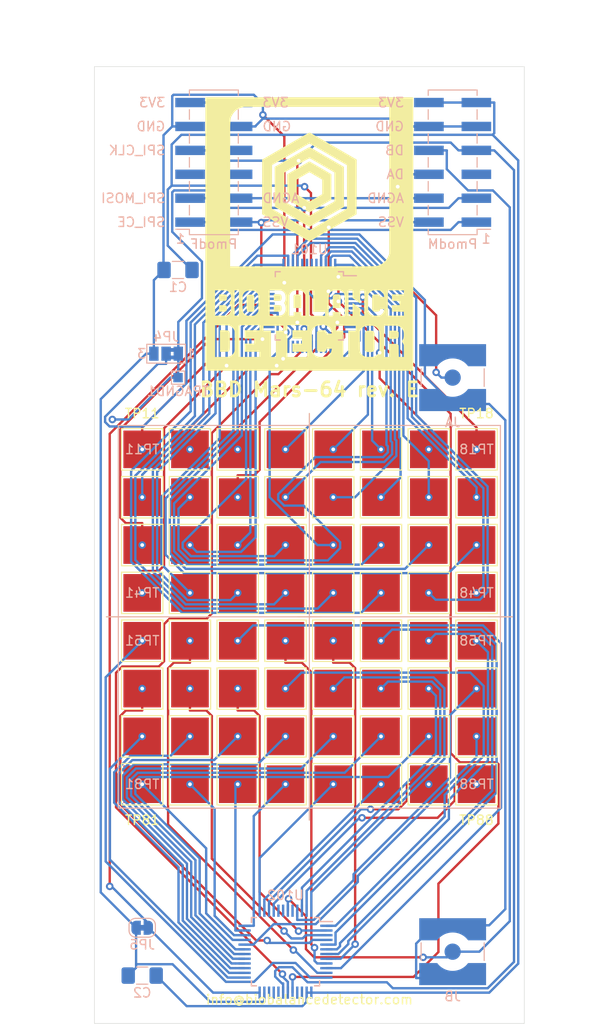
<source format=kicad_pcb>
(kicad_pcb (version 20241229) (generator "pcbnew") (generator_version "9.0")
  (title_block (title "Mars-64") (date "2020-05-10") (rev "E") (company "Bio Balance Detector"))
  (layers (0 "F.Cu" signal) (4 "In1.Cu" signal) (6 "In2.Cu" signal) (2 "B.Cu" signal) (13 "F.Paste" user) (15 "B.Paste" user) (5 "F.SilkS" user) (7 "B.SilkS" user) (1 "F.Mask" user) (3 "B.Mask" user) (25 "Edge.Cuts" user))
  (net 0 "")
  (net 1 "/~{SPI_CE}")
  (net 2 "/SPI_MOSI")
  (net 3 "/SPI_CLK")
  (net 4 "GND")
  (net 5 "/VCC3V3")
  (net 6 "/AGND")
  (net 7 "/DA")
  (net 8 "/DB")
  (net 9 "Net-(TP101-Pad1)")
  (net 10 "Net-(TP102-Pad1)")
  (net 11 "Net-(TP103-Pad1)")
  (net 12 "Net-(TP104-Pad1)")
  (net 13 "Net-(TP105-Pad1)")
  (net 14 "Net-(TP106-Pad1)")
  (net 15 "Net-(TP107-Pad1)")
  (net 16 "Net-(TP108-Pad1)")
  (net 17 "Net-(TP109-Pad1)")
  (net 18 "Net-(TP110-Pad1)")
  (net 19 "Net-(TP111-Pad1)")
  (net 20 "Net-(TP112-Pad1)")
  (net 21 "Net-(TP113-Pad1)")
  (net 22 "Net-(TP114-Pad1)")
  (net 23 "Net-(TP115-Pad1)")
  (net 24 "Net-(TP116-Pad1)")
  (net 25 "Net-(TP117-Pad1)")
  (net 26 "Net-(TP118-Pad1)")
  (net 27 "Net-(TP119-Pad1)")
  (net 28 "Net-(TP120-Pad1)")
  (net 29 "Net-(TP121-Pad1)")
  (net 30 "Net-(TP122-Pad1)")
  (net 31 "Net-(TP123-Pad1)")
  (net 32 "Net-(TP124-Pad1)")
  (net 33 "Net-(TP125-Pad1)")
  (net 34 "Net-(TP126-Pad1)")
  (net 35 "Net-(TP127-Pad1)")
  (net 36 "Net-(TP128-Pad1)")
  (net 37 "Net-(TP129-Pad1)")
  (net 38 "Net-(TP130-Pad1)")
  (net 39 "Net-(TP131-Pad1)")
  (net 40 "Net-(TP132-Pad1)")
  (net 41 "Net-(TP201-Pad1)")
  (net 42 "Net-(TP202-Pad1)")
  (net 43 "Net-(TP203-Pad1)")
  (net 44 "Net-(TP204-Pad1)")
  (net 45 "Net-(TP205-Pad1)")
  (net 46 "Net-(TP206-Pad1)")
  (net 47 "Net-(TP207-Pad1)")
  (net 48 "Net-(TP208-Pad1)")
  (net 49 "Net-(TP209-Pad1)")
  (net 50 "Net-(TP210-Pad1)")
  (net 51 "Net-(TP211-Pad1)")
  (net 52 "Net-(TP212-Pad1)")
  (net 53 "Net-(TP213-Pad1)")
  (net 54 "Net-(TP214-Pad1)")
  (net 55 "Net-(TP215-Pad1)")
  (net 56 "Net-(TP216-Pad1)")
  (net 57 "Net-(TP217-Pad1)")
  (net 58 "Net-(TP218-Pad1)")
  (net 59 "Net-(TP219-Pad1)")
  (net 60 "Net-(TP220-Pad1)")
  (net 61 "Net-(TP221-Pad1)")
  (net 62 "Net-(TP222-Pad1)")
  (net 63 "Net-(TP223-Pad1)")
  (net 64 "Net-(TP224-Pad1)")
  (net 65 "Net-(TP225-Pad1)")
  (net 66 "Net-(TP226-Pad1)")
  (net 67 "Net-(TP227-Pad1)")
  (net 68 "Net-(TP228-Pad1)")
  (net 69 "Net-(TP229-Pad1)")
  (net 70 "Net-(TP230-Pad1)")
  (net 71 "Net-(TP231-Pad1)")
  (net 72 "Net-(TP232-Pad1)")
  (net 73 "Net-(J101-Pad2)")
  (net 74 "/VSS")
  (net 75 "Net-(PmodF2-Pad10)")
  (net 76 "Net-(PmodF2-Pad9)")
  (net 77 "Net-(PmodF2-Pad3)")
  (net 78 "Net-(PmodM1-Pad3)")
  (net 79 "Net-(U101-Pad15)")
  (net 80 "Net-(U101-Pad16)")
  (net 81 "Net-(U101-Pad20)")
  (net 82 "Net-(U101-Pad21)")
  (net 83 "Net-(U101-Pad22)")
  (net 84 "Net-(U101-Pad41)")
  (net 85 "Net-(U101-Pad42)")
  (net 86 "Net-(U101-Pad44)")
  (net 87 "Net-(U102-Pad44)")
  (net 88 "Net-(U102-Pad42)")
  (net 89 "Net-(U102-Pad41)")
  (net 90 "Net-(U102-Pad22)")
  (net 91 "Net-(U102-Pad21)")
  (net 92 "Net-(U102-Pad20)")
  (net 93 "Net-(U102-Pad16)")
  (net 94 "Net-(U102-Pad15)")
  (footprint "TestPoint:TestPoint_Pad_4.0x4.0mm" (layer "F.Cu") (at 81.28 119.38)
    (property "Reference" "TP229" (hide yes))
    (property "Value" "TestPoint_Small" (hide yes))
  )
  (footprint "TestPoint:TestPoint_Pad_4.0x4.0mm" (layer "F.Cu") (at 76.2 119.38)
    (property "Reference" "TP228" (hide yes))
    (property "Value" "TestPoint_Small" (hide yes))
  )
  (footprint "TestPoint:TestPoint_Pad_4.0x4.0mm" (layer "F.Cu") (at 91.44 119.38)
    (property "Reference" "TP231" (hide yes))
    (property "Value" "TestPoint_Small" (hide yes))
  )
  (footprint "TestPoint:TestPoint_Pad_4.0x4.0mm" (layer "F.Cu") (at 71.12 119.38)
    (property "Reference" "TP227" (hide yes))
    (property "Value" "TestPoint_Small" (hide yes))
  )
  (footprint "TestPoint:TestPoint_Pad_4.0x4.0mm" (layer "F.Cu") (at 86.36 119.38)
    (property "Reference" "TP230" (hide yes))
    (property "Value" "TestPoint_Small" (hide yes))
  )
  (footprint "TestPoint:TestPoint_Pad_4.0x4.0mm" (layer "F.Cu") (at 96.52 119.38)
    (property "Reference" "TP232" (hide yes))
    (property "Value" "TestPoint_Small" (hide yes))
  )
  (footprint "TestPoint:TestPoint_Pad_4.0x4.0mm" (layer "F.Cu") (at 96.52 114.3)
    (property "Reference" "TP224" (hide yes))
    (property "Value" "TestPoint_Small" (hide yes))
  )
  (footprint "TestPoint:TestPoint_Pad_4.0x4.0mm" (layer "F.Cu") (at 91.44 114.3)
    (property "Reference" "TP223" (hide yes))
    (property "Value" "TestPoint_Small" (hide yes))
  )
  (footprint "TestPoint:TestPoint_Pad_4.0x4.0mm" (layer "F.Cu") (at 81.28 114.3)
    (property "Reference" "TP221" (hide yes))
    (property "Value" "TestPoint_Small" (hide yes))
  )
  (footprint "TestPoint:TestPoint_Pad_4.0x4.0mm" (layer "F.Cu") (at 91.44 109.22)
    (property "Reference" "TP215" (hide yes))
    (property "Value" "TestPoint_Small" (hide yes))
  )
  (footprint "TestPoint:TestPoint_Pad_4.0x4.0mm" (layer "F.Cu") (at 76.2 114.3)
    (property "Reference" "TP220" (hide yes))
    (property "Value" "TestPoint_Small" (hide yes))
  )
  (footprint "TestPoint:TestPoint_Pad_4.0x4.0mm" (layer "F.Cu") (at 76.2 109.22)
    (property "Reference" "TP212" (hide yes))
    (property "Value" "TestPoint_Small" (hide yes))
  )
  (footprint "TestPoint:TestPoint_Pad_4.0x4.0mm" (layer "F.Cu") (at 60.96 109.22)
    (property "Reference" "TP209" (hide yes))
    (property "Value" "TestPoint_Small" (hide yes))
  )
  (footprint "TestPoint:TestPoint_Pad_4.0x4.0mm" (layer "F.Cu") (at 66.04 119.38)
    (property "Reference" "TP226" (hide yes))
    (property "Value" "TestPoint_Small" (hide yes))
  )
  (footprint "TestPoint:TestPoint_Pad_4.0x4.0mm" (layer "F.Cu") (at 86.36 114.3)
    (property "Reference" "TP222" (hide yes))
    (property "Value" "TestPoint_Small" (hide yes))
  )
  (footprint "TestPoint:TestPoint_Pad_4.0x4.0mm" (layer "F.Cu") (at 71.12 114.3)
    (property "Reference" "TP219" (hide yes))
    (property "Value" "TestPoint_Small" (hide yes))
  )
  (footprint "TestPoint:TestPoint_Pad_4.0x4.0mm" (layer "F.Cu") (at 81.28 109.22)
    (property "Reference" "TP213" (hide yes))
    (property "Value" "TestPoint_Small" (hide yes))
  )
  (footprint "TestPoint:TestPoint_Pad_4.0x4.0mm" (layer "F.Cu") (at 66.04 109.22)
    (property "Reference" "TP210" (hide yes))
    (property "Value" "TestPoint_Small" (hide yes))
  )
  (footprint "TestPoint:TestPoint_Pad_4.0x4.0mm" (layer "F.Cu") (at 86.36 109.22)
    (property "Reference" "TP214" (hide yes))
    (property "Value" "TestPoint_Small" (hide yes))
  )
  (footprint "TestPoint:TestPoint_Pad_4.0x4.0mm" (layer "F.Cu") (at 60.96 114.3)
    (property "Reference" "TP217" (hide yes))
    (property "Value" "TestPoint_Small" (hide yes))
  )
  (footprint "TestPoint:TestPoint_Pad_4.0x4.0mm" (layer "F.Cu") (at 60.96 119.38)
    (property "Reference" "TP225" (hide yes))
    (property "Value" "TestPoint_Small" (hide yes))
  )
  (footprint "TestPoint:TestPoint_Pad_4.0x4.0mm" (layer "F.Cu") (at 66.04 114.3)
    (property "Reference" "TP218" (hide yes))
    (property "Value" "TestPoint_Small" (hide yes))
  )
  (footprint "TestPoint:TestPoint_Pad_4.0x4.0mm" (layer "F.Cu") (at 96.52 109.22)
    (property "Reference" "TP216" (hide yes))
    (property "Value" "TestPoint_Small" (hide yes))
  )
  (footprint "TestPoint:TestPoint_Pad_4.0x4.0mm" (layer "F.Cu") (at 71.12 109.22)
    (property "Reference" "TP211" (hide yes))
    (property "Value" "TestPoint_Small" (hide yes))
  )
  (footprint "TestPoint:TestPoint_Pad_4.0x4.0mm" (layer "F.Cu") (at 86.36 104.14)
    (property "Reference" "TP206" (hide yes))
    (property "Value" "TestPoint_Small" (hide yes))
  )
  (footprint "TestPoint:TestPoint_Pad_4.0x4.0mm" (layer "F.Cu") (at 81.28 104.14)
    (property "Reference" "TP205" (hide yes))
    (property "Value" "TestPoint_Small" (hide yes))
  )
  (footprint "TestPoint:TestPoint_Pad_4.0x4.0mm" (layer "F.Cu") (at 71.12 104.14)
    (property "Reference" "TP203" (hide yes))
    (property "Value" "TestPoint_Small" (hide yes))
  )
  (footprint "TestPoint:TestPoint_Pad_4.0x4.0mm" (layer "F.Cu") (at 76.2 104.14)
    (property "Reference" "TP204" (hide yes))
    (property "Value" "TestPoint_Small" (hide yes))
  )
  (footprint "TestPoint:TestPoint_Pad_4.0x4.0mm" (layer "F.Cu") (at 66.04 104.14)
    (property "Reference" "TP202" (hide yes))
    (property "Value" "TestPoint_Small" (hide yes))
  )
  (footprint "TestPoint:TestPoint_Pad_4.0x4.0mm" (layer "F.Cu") (at 60.96 104.14)
    (property "Reference" "TP201" (hide yes))
    (property "Value" "TestPoint_Small" (hide yes))
  )
  (footprint "TestPoint:TestPoint_Pad_4.0x4.0mm" (layer "F.Cu") (at 91.44 99.06)
    (property "Reference" "TP131" (hide yes))
    (property "Value" "TestPoint_Small" (hide yes))
  )
  (footprint "TestPoint:TestPoint_Pad_4.0x4.0mm" (layer "F.Cu") (at 86.36 99.06)
    (property "Reference" "TP130" (hide yes))
    (property "Value" "TestPoint_Small" (hide yes))
  )
  (footprint "TestPoint:TestPoint_Pad_4.0x4.0mm" (layer "F.Cu") (at 71.12 99.06)
    (property "Reference" "TP127" (hide yes))
    (property "Value" "TestPoint_Small" (hide yes))
  )
  (footprint "TestPoint:TestPoint_Pad_4.0x4.0mm" (layer "F.Cu") (at 96.52 99.06)
    (property "Reference" "TP132" (hide yes))
    (property "Value" "TestPoint_Small" (hide yes))
  )
  (footprint "TestPoint:TestPoint_Pad_4.0x4.0mm" (layer "F.Cu") (at 81.28 99.06)
    (property "Reference" "TP129" (hide yes))
    (property "Value" "TestPoint_Small" (hide yes))
  )
  (footprint "TestPoint:TestPoint_Pad_4.0x4.0mm" (layer "F.Cu") (at 91.44 93.98)
    (property "Reference" "TP123" (hide yes))
    (property "Value" "TestPoint_Small" (hide yes))
  )
  (footprint "TestPoint:TestPoint_Pad_4.0x4.0mm" (layer "F.Cu") (at 76.2 99.06)
    (property "Reference" "TP128" (hide yes))
    (property "Value" "TestPoint_Small" (hide yes))
  )
  (footprint "TestPoint:TestPoint_Pad_4.0x4.0mm" (layer "F.Cu") (at 66.04 99.06)
    (property "Reference" "TP126" (hide yes))
    (property "Value" "TestPoint_Small" (hide yes))
  )
  (footprint "TestPoint:TestPoint_Pad_4.0x4.0mm" (layer "F.Cu") (at 60.96 99.06)
    (property "Reference" "TP125" (hide yes))
    (property "Value" "TestPoint_Small" (hide yes))
  )
  (footprint "TestPoint:TestPoint_Pad_4.0x4.0mm" (layer "F.Cu") (at 96.52 93.98)
    (property "Reference" "TP124" (hide yes))
    (property "Value" "TestPoint_Small" (hide yes))
  )
  (footprint "TestPoint:TestPoint_Pad_4.0x4.0mm" (layer "F.Cu") (at 96.52 104.14)
    (property "Reference" "TP208" (hide yes))
    (property "Value" "TestPoint_Small" (hide yes))
  )
  (footprint "TestPoint:TestPoint_Pad_4.0x4.0mm" (layer "F.Cu") (at 91.44 104.14)
    (property "Reference" "TP207" (hide yes))
    (property "Value" "TestPoint_Small" (hide yes))
  )
  (footprint "TestPoint:TestPoint_Pad_4.0x4.0mm" (layer "F.Cu") (at 71.12 83.82)
    (property "Reference" "TP103" (hide yes))
    (property "Value" "TestPoint_Small" (hide yes))
  )
  (footprint "TestPoint:TestPoint_Pad_4.0x4.0mm" (layer "F.Cu") (at 76.2 83.82)
    (property "Reference" "TP104" (hide yes))
    (property "Value" "TestPoint_Small" (hide yes))
  )
  (footprint "TestPoint:TestPoint_Pad_4.0x4.0mm" (layer "F.Cu") (at 66.04 83.82)
    (property "Reference" "TP102" (hide yes))
    (property "Value" "TestPoint_Small" (hide yes))
  )
  (footprint "TestPoint:TestPoint_Pad_4.0x4.0mm" (layer "F.Cu") (at 60.96 83.82)
    (property "Reference" "TP101" (hide yes))
    (property "Value" "TestPoint_Small" (hide yes))
  )
  (footprint "TestPoint:TestPoint_Pad_4.0x4.0mm" (layer "F.Cu") (at 86.36 88.9)
    (property "Reference" "TP114" (hide yes))
    (property "Value" "TestPoint_Small" (hide yes))
  )
  (footprint "TestPoint:TestPoint_Pad_4.0x4.0mm" (layer "F.Cu") (at 86.36 93.98)
    (property "Reference" "TP122" (hide yes))
    (property "Value" "TestPoint_Small" (hide yes))
  )
  (footprint "TestPoint:TestPoint_Pad_4.0x4.0mm" (layer "F.Cu") (at 71.12 88.9)
    (property "Reference" "TP111" (hide yes))
    (property "Value" "TestPoint_Small" (hide yes))
  )
  (footprint "TestPoint:TestPoint_Pad_4.0x4.0mm" (layer "F.Cu") (at 81.28 93.98)
    (property "Reference" "TP121" (hide yes))
    (property "Value" "TestPoint_Small" (hide yes))
  )
  (footprint "TestPoint:TestPoint_Pad_4.0x4.0mm" (layer "F.Cu") (at 60.96 88.9)
    (property "Reference" "TP109" (hide yes))
    (property "Value" "TestPoint_Small" (hide yes))
  )
  (footprint "TestPoint:TestPoint_Pad_4.0x4.0mm" (layer "F.Cu") (at 66.04 93.98)
    (property "Reference" "TP118" (hide yes))
    (property "Value" "TestPoint_Small" (hide yes))
  )
  (footprint "TestPoint:TestPoint_Pad_4.0x4.0mm" (layer "F.Cu") (at 60.96 93.98)
    (property "Reference" "TP117" (hide yes))
    (property "Value" "TestPoint_Small" (hide yes))
  )
  (footprint "TestPoint:TestPoint_Pad_4.0x4.0mm" (layer "F.Cu") (at 76.2 93.98)
    (property "Reference" "TP120" (hide yes))
    (property "Value" "TestPoint_Small" (hide yes))
  )
  (footprint "TestPoint:TestPoint_Pad_4.0x4.0mm" (layer "F.Cu") (at 71.12 93.98)
    (property "Reference" "TP119" (hide yes))
    (property "Value" "TestPoint_Small" (hide yes))
  )
  (footprint "TestPoint:TestPoint_Pad_4.0x4.0mm" (layer "F.Cu") (at 96.52 88.9)
    (property "Reference" "TP116" (hide yes))
    (property "Value" "TestPoint_Small" (hide yes))
  )
  (footprint "TestPoint:TestPoint_Pad_4.0x4.0mm" (layer "F.Cu") (at 91.44 88.9)
    (property "Reference" "TP115" (hide yes))
    (property "Value" "TestPoint_Small" (hide yes))
  )
  (footprint "TestPoint:TestPoint_Pad_4.0x4.0mm" (layer "F.Cu") (at 86.36 83.82)
    (property "Reference" "TP106" (hide yes))
    (property "Value" "TestPoint_Small" (hide yes))
  )
  (footprint "TestPoint:TestPoint_Pad_4.0x4.0mm" (layer "F.Cu") (at 76.2 88.9)
    (property "Reference" "TP112" (hide yes))
    (property "Value" "TestPoint_Small" (hide yes))
  )
  (footprint "TestPoint:TestPoint_Pad_4.0x4.0mm" (layer "F.Cu") (at 81.28 88.9)
    (property "Reference" "TP113" (hide yes))
    (property "Value" "TestPoint_Small" (hide yes))
  )
  (footprint "TestPoint:TestPoint_Pad_4.0x4.0mm" (layer "F.Cu") (at 96.52 83.82)
    (property "Reference" "TP108" (hide yes))
    (property "Value" "TestPoint_Small" (hide yes))
  )
  (footprint "TestPoint:TestPoint_Pad_4.0x4.0mm" (layer "F.Cu") (at 91.44 83.82)
    (property "Reference" "TP107" (hide yes))
    (property "Value" "TestPoint_Small" (hide yes))
  )
  (footprint "TestPoint:TestPoint_Pad_4.0x4.0mm" (layer "F.Cu") (at 66.04 88.9)
    (property "Reference" "TP110" (hide yes))
    (property "Value" "TestPoint_Small" (hide yes))
  )
  (footprint "TestPoint:TestPoint_Pad_4.0x4.0mm" (layer "F.Cu") (at 81.28 83.82)
    (property "Reference" "TP105" (hide yes))
    (property "Value" "TestPoint_Small" (hide yes))
  )
  (footprint "MountingHole:MountingHole_2.7mm_M2.5" (layer "F.Cu") (at 59.69 68.58)
    (property "Reference" "H1" (hide yes))
    (property "Value" "MountingHole")
  )
  (footprint "MountingHole:MountingHole_2.7mm_M2.5" (layer "F.Cu") (at 97.79 68.58)
    (property "Reference" "H2" (hide yes))
    (property "Value" "MountingHole")
  )
  (footprint "MountingHole:MountingHole_2.7mm_M2.5" (layer "F.Cu") (at 59.69 127)
    (property "Reference" "H3" (hide yes))
    (property "Value" "MountingHole")
  )
  (footprint "MountingHole:MountingHole_2.7mm_M2.5" (layer "F.Cu") (at 97.79 127)
    (property "Reference" "H4" (hide yes))
    (property "Value" "MountingHole")
  )
  (footprint "Mars-64:BBD_Logo_33x33mm" (layer "F.Cu") (at 78.74 60.96)
    (property "Reference" "G***" (hide yes))
    (property "Value" "LOGO" (hide yes))
  )
  (footprint "Connector_Coaxial:SMA_Amphenol_132134-10_Vertical" (layer "B.Cu") (at 93.98 137.16)
    (property "Reference" "JB")
    (property "Value" "Conn_Coaxial")
  )
  (footprint "TestPoint:TestPoint_Pad_1.0x1.0mm" (layer "B.Cu") (at 64.77 76.2)
    (property "Reference" "TPAGND1")
    (property "Value" "TestPoint_Small")
  )
  (footprint "Jumper:SolderJumper-3_P1.3mm_Bridged2Bar12_Pad1.0x1.5mm_NumberLabels" (layer "B.Cu") (at 63.5 73.66 180)
    (property "Reference" "JP4")
    (property "Value" "Jumper_NC_Dual")
  )
  (footprint "Capacitor_SMD:C_1206_3216Metric_Pad1.42x1.75mm_HandSolder" (layer "B.Cu") (at 60.96 139.7)
    (property "Reference" "C2")
    (property "Value" "100 nF")
  )
  (footprint "Package_QFP:TQFP-48_7x7mm_P0.5mm" (layer "B.Cu") (at 78.74 68.58 180)
    (property "Reference" "U101")
    (property "Value" "ADG731")
  )
  (footprint "Jumper:SolderJumper-2_P1.3mm_Bridged_RoundedPad1.0x1.5mm" (layer "B.Cu") (at 60.96 134.62)
    (property "Reference" "JP5")
    (property "Value" "SolderJumper_2_Bridged")
  )
  (footprint "Connector_Coaxial:SMA_Amphenol_132134-10_Vertical" (layer "B.Cu") (at 93.98 76.2)
    (property "Reference" "JA")
    (property "Value" "Conn_Coaxial")
  )
  (footprint "Capacitor_SMD:C_1206_3216Metric_Pad1.42x1.75mm_HandSolder" (layer "B.Cu") (at 64.77 64.77)
    (property "Reference" "C1")
    (property "Value" "100 nF")
  )
  (footprint "Package_QFP:TQFP-48_7x7mm_P0.5mm" (layer "B.Cu") (at 76.2 137.16 180)
    (property "Reference" "U102")
    (property "Value" "ADG731")
  )
  (footprint "Mars-64:PinHeader_2x06_P2.54mm_Vertical_SMD_TopBottom" (layer "B.Cu") (at 68.58 53.34)
    (property "Reference" "PmodF")
    (property "Value" "Conn_02x06_Top_Bottom")
  )
  (footprint "Mars-64:PinHeader_2x06_P2.54mm_Vertical_SMD_TopBottom_Mirrored" (layer "B.Cu") (at 93.98 53.34)
    (property "Reference" "PmodM")
    (property "Value" "Conn_02x06_Top_Bottom")
  )
  (gr_line (start 78.74 80.01) (end 78.74 82.55) (stroke (width 0.12)) (layer "F.SilkS"))
  (gr_line (start 77.47 101.6) (end 80.01 101.6) (stroke (width 0.12)) (layer "F.SilkS"))
  (gr_line (start 97.79 101.6) (end 100.33 101.6) (stroke (width 0.12)) (layer "F.SilkS"))
  (gr_line (start 57.15 101.6) (end 59.69 101.6) (stroke (width 0.12)) (layer "F.SilkS"))
  (gr_line (start 78.74 100.33) (end 78.74 102.87) (stroke (width 0.12)) (layer "F.SilkS"))
  (gr_line (start 78.74 123.19) (end 78.74 120.65) (stroke (width 0.12)) (layer "F.SilkS"))
  (gr_line (start 58.42 121.92) (end 58.42 81.28) (stroke (width 0.12)) (layer "B.SilkS"))
  (gr_line (start 58.42 101.6) (end 99.06 101.6) (stroke (width 0.12)) (layer "B.SilkS"))
  (gr_line (start 78.74 121.92) (end 78.74 123.19) (stroke (width 0.12)) (layer "B.SilkS"))
  (gr_line (start 78.74 81.28) (end 78.74 80.01) (stroke (width 0.12)) (layer "B.SilkS"))
  (gr_line (start 99.06 121.92) (end 58.42 121.92) (stroke (width 0.12)) (layer "B.SilkS"))
  (gr_line (start 58.42 81.28) (end 99.06 81.28) (stroke (width 0.12)) (layer "B.SilkS"))
  (gr_line (start 78.74 81.28) (end 78.74 121.92) (stroke (width 0.12)) (layer "B.SilkS"))
  (gr_line (start 58.42 101.6) (end 57.15 101.6) (stroke (width 0.12)) (layer "B.SilkS"))
  (gr_line (start 99.06 81.28) (end 99.06 121.92) (stroke (width 0.12)) (layer "B.SilkS"))
  (gr_line (start 99.06 101.6) (end 100.33 101.6) (stroke (width 0.12)) (layer "B.SilkS"))
  (gr_line (start 55.88 43.18) (end 55.88 144.78) (stroke (width 0.05)) (layer "Edge.Cuts"))
  (gr_line (start 101.6 43.18) (end 101.6 144.78) (stroke (width 0.05)) (layer "Edge.Cuts"))
  (gr_line (start 55.88 43.18) (end 101.6 43.18) (stroke (width 0.05)) (layer "Edge.Cuts"))
  (gr_line (start 101.6 144.78) (end 55.88 144.78) (stroke (width 0.05)) (layer "Edge.Cuts"))
  (gr_text "BBD Mars-64 rev. E" (at 78.74 77.47 0) (layer "F.SilkS") (effects (font (size 1.5 1.5) (thickness 0.3))))
  (gr_text "TP81" (at 60.96 123.19 0) (layer "F.SilkS") (effects (font (size 1 1))))
  (gr_text "TP18" (at 96.52 80.01 0) (layer "F.SilkS") (effects (font (size 1 1))))
  (gr_text "TP11" (at 60.96 80.01 0) (layer "F.SilkS") (effects (font (size 1 1))))
  (gr_text "info@biobalancedetector.com" (at 78.74 142.24 0) (layer "F.SilkS") (effects (font (size 1 1))))
  (gr_text "TP88" (at 96.52 123.19 0) (layer "F.SilkS") (effects (font (size 1 1))))
  (gr_text "DA" (at 88.9 54.61 0) (layer "B.SilkS") (effects (font (size 1 1)) (justify left mirror)))
  (gr_text "AGND" (at 88.9 57.15 0) (layer "B.SilkS") (effects (font (size 1 1)) (justify left mirror)))
  (gr_text "VSS" (at 88.9 59.69 0) (layer "B.SilkS") (effects (font (size 1 1)) (justify left mirror)))
  (gr_text "3V3" (at 73.66 46.99 0) (layer "B.SilkS") (effects (font (size 1 1)) (justify right mirror)))
  (gr_text "GND" (at 73.66 49.53 0) (layer "B.SilkS") (effects (font (size 1 1)) (justify right mirror)))
  (gr_text "GND" (at 88.9 49.53 0) (layer "B.SilkS") (effects (font (size 1 1)) (justify left mirror)))
  (gr_text "3V3" (at 88.9 46.99 0) (layer "B.SilkS") (effects (font (size 1 1)) (justify left mirror)))
  (gr_text "AGND" (at 73.66 57.15 0) (layer "B.SilkS") (effects (font (size 1 1)) (justify right mirror)))
  (gr_text "TP41" (at 60.96 99.06 0) (layer "B.SilkS") (effects (font (size 1 1)) (justify mirror)))
  (gr_text "DB" (at 88.9 52.07 0) (layer "B.SilkS") (effects (font (size 1 1)) (justify left mirror)))
  (gr_text "SPI_CLK" (at 63.5 52.07 0) (layer "B.SilkS") (effects (font (size 1 1)) (justify left mirror)))
  (gr_text "TP81" (at 60.96 119.38 0) (layer "B.SilkS") (effects (font (size 1 1)) (justify mirror)))
  (gr_text "3V3" (at 63.5 46.99 0) (layer "B.SilkS") (effects (font (size 1 1)) (justify left mirror)))
  (gr_text "VSS" (at 73.66 59.69 0) (layer "B.SilkS") (effects (font (size 1 1)) (justify right mirror)))
  (gr_text "SPI_CE" (at 63.5 59.69 0) (layer "B.SilkS") (effects (font (size 1 1)) (justify left mirror)))
  (gr_text "TP18" (at 96.52 83.82 0) (layer "B.SilkS") (effects (font (size 1 1)) (justify mirror)))
  (gr_text "GND" (at 63.5 49.53 0) (layer "B.SilkS") (effects (font (size 1 1)) (justify left mirror)))
  (gr_text "SPI_MOSI" (at 63.5 57.15 0) (layer "B.SilkS") (effects (font (size 1 1)) (justify left mirror)))
  (gr_text "TP88" (at 96.52 119.38 0) (layer "B.SilkS") (effects (font (size 1 1)) (justify mirror)))
  (gr_text "TP51" (at 60.96 104.14 0) (layer "B.SilkS") (effects (font (size 1 1)) (justify mirror)))
  (gr_text "TP58" (at 96.52 104.14 0) (layer "B.SilkS") (effects (font (size 1 1)) (justify mirror)))
  (gr_text "TP11" (at 60.96 83.82 0) (layer "B.SilkS") (effects (font (size 1 1)) (justify mirror)))
  (gr_text "TP48" (at 96.52 99.06 0) (layer "B.SilkS") (effects (font (size 1 1)) (justify mirror)))
  (segment (start 81.8308 68.105) (end 93.7653 80.0395) (width 0.25) (layer "F.Cu") (net 1))
  (segment (start 80.8012 60.2463) (end 80.8012 65.6734) (width 0.25) (layer "F.Cu") (net 1))
  (segment (start 93.7653 116.0678) (end 94.7521 117.0546) (width 0.25) (layer "F.Cu") (net 1))
  (segment (start 81.8308 66.703) (end 81.8308 68.105) (width 0.25) (layer "F.Cu") (net 1))
  (segment (start 76.95 139.8393) (end 76.95 139.8394) (width 0.25) (layer "F.Cu") (net 1))
  (segment (start 98.6547 117.0546) (end 98.8454 117.2453) (width 0.25) (layer "F.Cu") (net 1))
  (segment (start 92.4667 129.9396) (end 92.4667 137.1975) (width 0.25) (layer "F.Cu") (net 1))
  (segment (start 89.8249 139.8393) (end 76.95 139.8393) (width 0.25) (layer "F.Cu") (net 1))
  (segment (start 80.8012 65.6734) (end 81.8308 66.703) (width 0.25) (layer "F.Cu") (net 1))
  (segment (start 98.8454 117.2453) (end 98.8454 123.5609) (width 0.25) (layer "F.Cu") (net 1))
  (segment (start 98.8454 123.5609) (end 92.4667 129.9396) (width 0.25) (layer "F.Cu") (net 1))
  (segment (start 92.4667 137.1975) (end 89.8249 139.8393) (width 0.25) (layer "F.Cu") (net 1))
  (segment (start 93.7653 80.0395) (end 93.7653 116.0678) (width 0.25) (layer "F.Cu") (net 1))
  (segment (start 94.7521 117.0546) (end 98.6547 117.0546) (width 0.25) (layer "F.Cu") (net 1))
  (via blind (at 76.95 139.8394) (size 0.8) (drill 0.4) (layers "F.Cu" "B.Cu") (net 1))
  (via blind (at 81.8308 68.105) (size 0.8) (drill 0.4) (layers "F.Cu" "B.Cu") (net 1))
  (via blind (at 80.8012 60.2463) (size 0.8) (drill 0.4) (layers "F.Cu" "B.Cu") (net 1))
  (segment (start 76.95 141.51) (end 76.95 139.8394) (width 0.25) (layer "B.Cu") (net 1))
  (segment (start 80.5322 60.5153) (end 68.7806 60.5153) (width 0.25) (layer "B.Cu") (net 1))
  (segment (start 68.7806 60.5153) (end 67.9553 59.69) (width 0.25) (layer "B.Cu") (net 1))
  (segment (start 79.49 70.4458) (end 79.49 72.93) (width 0.25) (layer "B.Cu") (net 1))
  (segment (start 81.8308 68.105) (end 79.49 70.4458) (width 0.25) (layer "B.Cu") (net 1))
  (segment (start 94.6047 59.69) (end 93.7794 60.5153) (width 0.25) (layer "B.Cu") (net 1))
  (segment (start 96.505 59.69) (end 94.6047 59.69) (width 0.25) (layer "B.Cu") (net 1))
  (segment (start 81.0702 60.5153) (end 80.8012 60.2463) (width 0.25) (layer "B.Cu") (net 1))
  (segment (start 66.055 59.69) (end 67.9553 59.69) (width 0.25) (layer "B.Cu") (net 1))
  (segment (start 80.8012 60.2463) (end 80.5322 60.5153) (width 0.25) (layer "B.Cu") (net 1))
  (segment (start 93.7794 60.5153) (end 81.0702 60.5153) (width 0.25) (layer "B.Cu") (net 1))
  (segment (start 75.4491 75.8339) (end 78.1927 73.0903) (width 0.25) (layer "F.Cu") (net 2))
  (segment (start 67.8008 101.8146) (end 68.3654 101.25) (width 0.25) (layer "F.Cu") (net 2))
  (segment (start 63.8488 101.8146) (end 67.8008 101.8146) (width 0.25) (layer "F.Cu") (net 2))
  (segment (start 58.1728 107.5471) (end 58.8426 106.8773) (width 0.25) (layer "F.Cu") (net 2))
  (segment (start 78.1927 73.0903) (end 78.1927 71.0259) (width 0.25) (layer "F.Cu") (net 2))
  (segment (start 58.1728 121.8347) (end 58.1728 107.5471) (width 0.25) (layer "F.Cu") (net 2))
  (segment (start 58.8426 106.8773) (end 62.7301 106.8773) (width 0.25) (layer "F.Cu") (net 2))
  (segment (start 62.7301 106.8773) (end 63.2854 106.322) (width 0.25) (layer "F.Cu") (net 2))
  (segment (start 68.3654 82.0893) (end 74.6208 75.8339) (width 0.25) (layer "F.Cu") (net 2))
  (segment (start 63.2854 106.322) (end 63.2854 102.378) (width 0.25) (layer "F.Cu") (net 2))
  (segment (start 63.2854 102.378) (end 63.8488 101.8146) (width 0.25) (layer "F.Cu") (net 2))
  (segment (start 75.8761 139.538) (end 58.1728 121.8347) (width 0.25) (layer "F.Cu") (net 2))
  (segment (start 78.1851 71.0183) (end 78.1927 71.0259) (width 0.25) (layer "F.Cu") (net 2))
  (segment (start 68.3654 101.25) (end 68.3654 82.0893) (width 0.25) (layer "F.Cu") (net 2))
  (segment (start 78.1851 58.1755) (end 78.1851 71.0183) (width 0.25) (layer "F.Cu") (net 2))
  (segment (start 74.6208 75.8339) (end 75.4491 75.8339) (width 0.25) (layer "F.Cu") (net 2))
  (via blind (at 78.1927 71.0259) (size 0.8) (drill 0.4) (layers "F.Cu" "B.Cu") (net 2))
  (via blind (at 78.1851 58.1755) (size 0.8) (drill 0.4) (layers "F.Cu" "B.Cu") (net 2))
  (via blind (at 75.8761 139.538) (size 0.8) (drill 0.4) (layers "F.Cu" "B.Cu") (net 2))
  (segment (start 75.8761 139.538) (end 75.8761 139.7912) (width 0.25) (layer "B.Cu") (net 2))
  (segment (start 93.5792 58.1755) (end 94.6047 57.15) (width 0.25) (layer "B.Cu") (net 2))
  (segment (start 96.505 57.15) (end 94.6047 57.15) (width 0.25) (layer "B.Cu") (net 2))
  (segment (start 78.1851 58.1755) (end 93.5792 58.1755) (width 0.25) (layer "B.Cu") (net 2))
  (segment (start 78.99 71.7237) (end 78.2922 71.0259) (width 0.25) (layer "B.Cu") (net 2))
  (segment (start 66.055 57.15) (end 67.9553 57.15) (width 0.25) (layer "B.Cu") (net 2))
  (segment (start 75.8761 139.7912) (end 76.45 140.3651) (width 0.25) (layer "B.Cu") (net 2))
  (segment (start 67.9553 57.15) (end 68.9808 58.1755) (width 0.25) (layer "B.Cu") (net 2))
  (segment (start 78.2922 71.0259) (end 78.1927 71.0259) (width 0.25) (layer "B.Cu") (net 2))
  (segment (start 68.9808 58.1755) (end 78.1851 58.1755) (width 0.25) (layer "B.Cu") (net 2))
  (segment (start 76.45 140.3651) (end 76.45 141.51) (width 0.25) (layer "B.Cu") (net 2))
  (segment (start 78.99 72.93) (end 78.99 71.7237) (width 0.25) (layer "B.Cu") (net 2))
  (segment (start 77.4598 53.3002) (end 77.4598 70.344) (width 0.25) (layer "F.Cu") (net 3))
  (segment (start 77.5952 53.1648) (end 77.4598 53.3002) (width 0.25) (layer "F.Cu") (net 3))
  (via blind (at 77.5952 53.1648) (size 0.8) (drill 0.4) (layers "F.Cu" "B.Cu") (net 3))
  (via blind (at 77.4598 70.344) (size 0.8) (drill 0.4) (layers "F.Cu" "B.Cu") (net 3))
  (segment (start 78.49 72.93) (end 78.49 71.9547) (width 0.25) (layer "B.Cu") (net 3))
  (segment (start 75.5149 138.806) (end 76.9424 138.806) (width 0.25) (layer "B.Cu") (net 3))
  (segment (start 75.8299 140.5347) (end 75.1041 139.8089) (width 0.25) (layer "B.Cu") (net 3))
  (segment (start 96.505 52.07) (end 94.6047 52.07) (width 0.25) (layer "B.Cu") (net 3))
  (segment (start 78.49 71.9547) (end 78.0576 71.9547) (width 0.25) (layer "B.Cu") (net 3))
  (segment (start 75.1041 139.8089) (end 75.1041 139.2168) (width 0.25) (layer "B.Cu") (net 3))
  (segment (start 66.055 52.07) (end 67.9553 52.07) (width 0.25) (layer "B.Cu") (net 3))
  (segment (start 76.9424 138.806) (end 78.5456 140.4092) (width 0.25) (layer "B.Cu") (net 3))
  (segment (start 100.507 138.2408) (end 100.507 54.1717) (width 0.25) (layer "B.Cu") (net 3))
  (segment (start 75.95 141.51) (end 75.95 140.5347) (width 0.25) (layer "B.Cu") (net 3))
  (segment (start 97.7074 141.0404) (end 100.507 138.2408) (width 0.25) (layer "B.Cu") (net 3))
  (segment (start 94.6047 52.07) (end 93.7794 51.2447) (width 0.25) (layer "B.Cu") (net 3))
  (segment (start 93.7794 51.2447) (end 79.5153 51.2447) (width 0.25) (layer "B.Cu") (net 3))
  (segment (start 77.4598 71.3569) (end 77.4598 70.344) (width 0.25) (layer "B.Cu") (net 3))
  (segment (start 79.5153 51.2447) (end 77.5952 53.1648) (width 0.25) (layer "B.Cu") (net 3))
  (segment (start 69.0501 53.1648) (end 67.9553 52.07) (width 0.25) (layer "B.Cu") (net 3))
  (segment (start 75.1041 139.2168) (end 75.5149 138.806) (width 0.25) (layer "B.Cu") (net 3))
  (segment (start 86.9871 140.4092) (end 87.6183 141.0404) (width 0.25) (layer "B.Cu") (net 3))
  (segment (start 100.507 54.1717) (end 98.4053 52.07) (width 0.25) (layer "B.Cu") (net 3))
  (segment (start 77.5952 53.1648) (end 69.0501 53.1648) (width 0.25) (layer "B.Cu") (net 3))
  (segment (start 87.6183 141.0404) (end 97.7074 141.0404) (width 0.25) (layer "B.Cu") (net 3))
  (segment (start 78.5456 140.4092) (end 86.9871 140.4092) (width 0.25) (layer "B.Cu") (net 3))
  (segment (start 96.505 52.07) (end 98.4053 52.07) (width 0.25) (layer "B.Cu") (net 3))
  (segment (start 78.0576 71.9547) (end 77.4598 71.3569) (width 0.25) (layer "B.Cu") (net 3))
  (segment (start 75.95 140.5347) (end 75.8299 140.5347) (width 0.25) (layer "B.Cu") (net 3))
  (segment (start 73.7968 48.3014) (end 76.0771 50.5817) (width 0.25) (layer "F.Cu") (net 4))
  (segment (start 76.0771 50.5817) (end 76.0771 66.1208) (width 0.25) (layer "F.Cu") (net 4))
  (via blind (at 73.7968 48.3014) (size 0.8) (drill 0.4) (layers "F.Cu" "B.Cu") (net 4))
  (via blind (at 76.0771 66.1208) (size 0.8) (drill 0.4) (layers "F.Cu" "B.Cu") (net 4))
  (segment (start 73.95 141.51) (end 73.95 142.4853) (width 0.25) (layer "B.Cu") (net 4))
  (segment (start 66.055 49.53) (end 64.1547 49.53) (width 0.25) (layer "B.Cu") (net 4))
  (segment (start 63.2262 50.4585) (end 64.1547 49.53) (width 0.25) (layer "B.Cu") (net 4))
  (segment (start 63.2825 64.77) (end 63.2262 64.7137) (width 0.25) (layer "B.Cu") (net 4))
  (segment (start 73.7968 48.3014) (end 73.7968 48.6971) (width 0.25) (layer "B.Cu") (net 4))
  (segment (start 76.9653 71.0832) (end 76.4901 70.608) (width 0.25) (layer "B.Cu") (net 4))
  (segment (start 76.4901 70.608) (end 76.49 70.608) (width 0.25) (layer "B.Cu") (net 4))
  (segment (start 73.0053 49.4886) (end 73.7968 48.6971) (width 0.25) (layer "B.Cu") (net 4))
  (segment (start 76.9653 71.6842) (end 76.9653 71.0832) (width 0.25) (layer "B.Cu") (net 4))
  (segment (start 62.2 65.8525) (end 63.2825 64.77) (width 0.25) (layer "B.Cu") (net 4))
  (segment (start 63.2262 64.7137) (end 63.2262 50.4585) (width 0.25) (layer "B.Cu") (net 4))
  (segment (start 76.49 66.5337) (end 76.0771 66.1208) (width 0.25) (layer "B.Cu") (net 4))
  (segment (start 60.31 138.4929) (end 64.1925 138.4929) (width 0.25) (layer "B.Cu") (net 4))
  (segment (start 73.7968 47.1342) (end 73.7968 48.3014) (width 0.25) (layer "B.Cu") (net 4))
  (segment (start 76.49 72.93) (end 76.49 72.1595) (width 0.25) (layer "B.Cu") (net 4))
  (segment (start 76.49 72.1595) (end 76.9653 71.6842) (width 0.25) (layer "B.Cu") (net 4))
  (segment (start 73.7968 48.6971) (end 88.7218 48.6971) (width 0.25) (layer "B.Cu") (net 4))
  (segment (start 64.1925 138.4929) (end 68.1849 142.4853) (width 0.25) (layer "B.Cu") (net 4))
  (segment (start 64.1547 49.53) (end 64.1547 46.2988) (width 0.25) (layer "B.Cu") (net 4))
  (segment (start 76.49 70.608) (end 76.49 66.5337) (width 0.25) (layer "B.Cu") (net 4))
  (segment (start 56.549 78.4857) (end 61.3747 73.66) (width 0.25) (layer "B.Cu") (net 4))
  (segment (start 71.105 49.53) (end 73.0053 49.53) (width 0.25) (layer "B.Cu") (net 4))
  (segment (start 62.2 73.66) (end 61.3747 73.66) (width 0.25) (layer "B.Cu") (net 4))
  (segment (start 73.0053 49.53) (end 73.0053 49.4886) (width 0.25) (layer "B.Cu") (net 4))
  (segment (start 88.7218 48.6971) (end 89.5547 49.53) (width 0.25) (layer "B.Cu") (net 4))
  (segment (start 68.1849 142.4853) (end 73.95 142.4853) (width 0.25) (layer "B.Cu") (net 4))
  (segment (start 56.549 130.859) (end 56.549 78.4857) (width 0.25) (layer "B.Cu") (net 4))
  (segment (start 64.1547 46.2988) (end 64.2889 46.1646) (width 0.25) (layer "B.Cu") (net 4))
  (segment (start 60.31 138.8625) (end 60.31 138.4929) (width 0.25) (layer "B.Cu") (net 4))
  (segment (start 91.455 49.53) (end 89.5547 49.53) (width 0.25) (layer "B.Cu") (net 4))
  (segment (start 59.4725 139.7) (end 60.31 138.8625) (width 0.25) (layer "B.Cu") (net 4))
  (segment (start 91.455 49.53) (end 96.505 49.53) (width 0.25) (layer "B.Cu") (net 4))
  (segment (start 64.2889 46.1646) (end 72.8272 46.1646) (width 0.25) (layer "B.Cu") (net 4))
  (segment (start 62.2 73.66) (end 62.2 65.8525) (width 0.25) (layer "B.Cu") (net 4))
  (segment (start 72.8272 46.1646) (end 73.7968 47.1342) (width 0.25) (layer "B.Cu") (net 4))
  (segment (start 60.31 134.62) (end 56.549 130.859) (width 0.25) (layer "B.Cu") (net 4))
  (segment (start 60.31 138.4929) (end 60.31 134.62) (width 0.25) (layer "B.Cu") (net 4))
  (segment (start 78.9104 69.4488) (end 78.9104 56.6056) (width 0.25) (layer "F.Cu") (net 5))
  (segment (start 78.9104 56.6056) (end 78.2302 55.9254) (width 0.25) (layer "F.Cu") (net 5))
  (segment (start 80.2252 70.7636) (end 78.9104 69.4488) (width 0.25) (layer "F.Cu") (net 5))
  (via blind (at 80.2252 70.7636) (size 0.8) (drill 0.4) (layers "F.Cu" "B.Cu") (net 5))
  (via blind (at 78.2302 55.9254) (size 0.8) (drill 0.4) (layers "F.Cu" "B.Cu") (net 5))
  (segment (start 71.105 46.99) (end 69.2047 46.99) (width 0.25) (layer "B.Cu") (net 5))
  (segment (start 65.6904 142.9429) (end 77.9924 142.9429) (width 0.25) (layer "B.Cu") (net 5))
  (segment (start 100.9573 53.138) (end 98.2348 50.4155) (width 0.25) (layer "B.Cu") (net 5))
  (segment (start 97.8747 141.51) (end 100.9573 138.4274) (width 0.25) (layer "B.Cu") (net 5))
  (segment (start 78.95 141.51) (end 97.8747 141.51) (width 0.25) (layer "B.Cu") (net 5))
  (segment (start 98.4053 46.99) (end 98.4053 50.245) (width 0.25) (layer "B.Cu") (net 5))
  (segment (start 80.99 71.9547) (end 80.99 71.5284) (width 0.25) (layer "B.Cu") (net 5))
  (segment (start 67.9553 50.4155) (end 67.9553 46.99) (width 0.25) (layer "B.Cu") (net 5))
  (segment (start 80.99 71.5284) (end 80.2252 70.7636) (width 0.25) (layer "B.Cu") (net 5))
  (segment (start 65.1285 50.4155) (end 64.0925 51.4515) (width 0.25) (layer "B.Cu") (net 5))
  (segment (start 78.1208 55.816) (end 78.2302 55.9254) (width 0.25) (layer "B.Cu") (net 5))
  (segment (start 78.45 141.51) (end 78.45 142.4853) (width 0.25) (layer "B.Cu") (net 5))
  (segment (start 96.505 46.99) (end 91.455 46.99) (width 0.25) (layer "B.Cu") (net 5))
  (segment (start 67.9553 50.4155) (end 65.1285 50.4155) (width 0.25) (layer "B.Cu") (net 5))
  (segment (start 98.4053 50.245) (end 98.2348 50.4155) (width 0.25) (layer "B.Cu") (net 5))
  (segment (start 80.99 72.93) (end 80.99 71.9547) (width 0.25) (layer "B.Cu") (net 5))
  (segment (start 67.9553 46.99) (end 69.2047 46.99) (width 0.25) (layer "B.Cu") (net 5))
  (segment (start 80.99 71.9547) (end 81.49 71.9547) (width 0.25) (layer "B.Cu") (net 5))
  (segment (start 64.0925 55.816) (end 78.1208 55.816) (width 0.25) (layer "B.Cu") (net 5))
  (segment (start 81.49 72.93) (end 81.49 71.9547) (width 0.25) (layer "B.Cu") (net 5))
  (segment (start 63.6765 56.232) (end 64.0925 55.816) (width 0.25) (layer "B.Cu") (net 5))
  (segment (start 77.9924 142.9429) (end 78.45 142.4853) (width 0.25) (layer "B.Cu") (net 5))
  (segment (start 64.0925 51.4515) (end 64.0925 55.816) (width 0.25) (layer "B.Cu") (net 5))
  (segment (start 96.505 46.99) (end 98.4053 46.99) (width 0.25) (layer "B.Cu") (net 5))
  (segment (start 66.2575 64.77) (end 63.6765 62.189) (width 0.25) (layer "B.Cu") (net 5))
  (segment (start 98.2348 50.4155) (end 67.9553 50.4155) (width 0.25) (layer "B.Cu") (net 5))
  (segment (start 78.45 141.51) (end 78.95 141.51) (width 0.25) (layer "B.Cu") (net 5))
  (segment (start 63.6765 62.189) (end 63.6765 56.232) (width 0.25) (layer "B.Cu") (net 5))
  (segment (start 66.055 46.99) (end 67.9553 46.99) (width 0.25) (layer "B.Cu") (net 5))
  (segment (start 100.9573 138.4274) (end 100.9573 53.138) (width 0.25) (layer "B.Cu") (net 5))
  (segment (start 62.4475 139.7) (end 65.6904 142.9429) (width 0.25) (layer "B.Cu") (net 5))
  (via blind (at 57.785 80.645) (size 0.8) (drill 0.4) (layers "F.Cu" "B.Cu") (net 6))
  (segment (start 64.1547 60.72) (end 64.1547 56.5152) (width 0.25) (layer "B.Cu") (net 6))
  (segment (start 64.77 75.3747) (end 64.8 75.3447) (width 0.25) (layer "B.Cu") (net 6))
  (segment (start 67.3153 67.772) (end 67.3153 63.8806) (width 0.25) (layer "B.Cu") (net 6))
  (segment (start 64.77 76.2) (end 63.9447 76.2) (width 0.25) (layer "B.Cu") (net 6))
  (segment (start 64.8 73.66) (end 64.8 70.2873) (width 0.25) (layer "B.Cu") (net 6))
  (segment (start 64.3452 56.3247) (end 68.3794 56.3247) (width 0.25) (layer "B.Cu") (net 6))
  (segment (start 71.105 57.15) (end 69.2047 57.15) (width 0.25) (layer "B.Cu") (net 6))
  (segment (start 68.3794 56.3247) (end 69.2047 57.15) (width 0.25) (layer "B.Cu") (net 6))
  (segment (start 57.785 80.645) (end 59.4997 80.645) (width 0.25) (layer "B.Cu") (net 6))
  (segment (start 64.8 75.3447) (end 64.8 73.66) (width 0.25) (layer "B.Cu") (net 6))
  (segment (start 67.3153 63.8806) (end 64.1547 60.72) (width 0.25) (layer "B.Cu") (net 6))
  (segment (start 64.77 76.2) (end 64.77 75.3747) (width 0.25) (layer "B.Cu") (net 6))
  (segment (start 71.105 57.15) (end 91.455 57.15) (width 0.25) (layer "B.Cu") (net 6))
  (segment (start 59.4997 80.645) (end 63.9447 76.2) (width 0.25) (layer "B.Cu") (net 6))
  (segment (start 64.8 70.2873) (end 67.3153 67.772) (width 0.25) (layer "B.Cu") (net 6))
  (segment (start 64.1547 56.5152) (end 64.3452 56.3247) (width 0.25) (layer "B.Cu") (net 6))
  (segment (start 81.8276 65.4964) (end 88.1368 65.4964) (width 0.25) (layer "F.Cu") (net 7))
  (segment (start 88.1368 65.4964) (end 88.1368 55.9254) (width 0.25) (layer "F.Cu") (net 7))
  (segment (start 88.1368 65.4964) (end 92.2265 69.5861) (width 0.25) (layer "F.Cu") (net 7))
  (segment (start 92.2265 69.5861) (end 92.2265 75.6412) (width 0.25) (layer "F.Cu") (net 7))
  (via blind (at 88.1368 55.9254) (size 0.8) (drill 0.4) (layers "F.Cu" "B.Cu") (net 7))
  (via blind (at 81.8276 65.4964) (size 0.8) (drill 0.4) (layers "F.Cu" "B.Cu") (net 7))
  (via blind (at 92.2265 75.6412) (size 0.8) (drill 0.4) (layers "F.Cu" "B.Cu") (net 7))
  (segment (start 91.455 54.61) (end 89.5547 54.61) (width 0.25) (layer "B.Cu") (net 7))
  (segment (start 92.7853 76.2) (end 92.2265 75.6412) (width 0.25) (layer "B.Cu") (net 7))
  (segment (start 88.2393 55.9254) (end 89.5547 54.61) (width 0.25) (layer "B.Cu") (net 7))
  (segment (start 88.1368 55.9254) (end 88.2393 55.9254) (width 0.25) (layer "B.Cu") (net 7))
  (segment (start 81.5365 65.2053) (end 81.8276 65.4964) (width 0.25) (layer "B.Cu") (net 7))
  (segment (start 93.98 76.2) (end 92.7853 76.2) (width 0.25) (layer "B.Cu") (net 7))
  (segment (start 78.99 64.23) (end 78.99 65.2053) (width 0.25) (layer "B.Cu") (net 7))
  (segment (start 78.99 65.2053) (end 81.5365 65.2053) (width 0.25) (layer "B.Cu") (net 7))
  (segment (start 78.3771 133.3935) (end 78.3771 136.8844) (width 0.25) (layer "F.Cu") (net 8))
  (segment (start 79.2493 137.7566) (end 90.8427 137.7566) (width 0.25) (layer "F.Cu") (net 8))
  (segment (start 76.5267 131.5431) (end 78.3771 133.3935) (width 0.25) (layer "F.Cu") (net 8))
  (segment (start 78.3771 136.8844) (end 79.2493 137.7566) (width 0.25) (layer "F.Cu") (net 8))
  (via blind (at 90.8427 137.7566) (size 0.8) (drill 0.4) (layers "F.Cu" "B.Cu") (net 8))
  (via blind (at 76.5267 131.5431) (size 0.8) (drill 0.4) (layers "F.Cu" "B.Cu") (net 8))
  (segment (start 91.455 52.07) (end 93.3553 52.07) (width 0.25) (layer "B.Cu") (net 8))
  (segment (start 93.3553 54.0627) (end 93.3553 52.07) (width 0.25) (layer "B.Cu") (net 8))
  (segment (start 93.98 137.16) (end 96.8197 137.16) (width 0.25) (layer "B.Cu") (net 8))
  (segment (start 93.3834 137.7566) (end 90.8427 137.7566) (width 0.25) (layer "B.Cu") (net 8))
  (segment (start 95.6172 56.3246) (end 93.3553 54.0627) (width 0.25) (layer "B.Cu") (net 8))
  (segment (start 98.263 56.3246) (end 95.6172 56.3246) (width 0.25) (layer "B.Cu") (net 8))
  (segment (start 100.0567 133.923) (end 100.0567 58.1183) (width 0.25) (layer "B.Cu") (net 8))
  (segment (start 76.45 132.81) (end 76.45 131.6198) (width 0.25) (layer "B.Cu") (net 8))
  (segment (start 100.0567 58.1183) (end 98.263 56.3246) (width 0.25) (layer "B.Cu") (net 8))
  (segment (start 93.98 137.16) (end 93.3834 137.7566) (width 0.25) (layer "B.Cu") (net 8))
  (segment (start 76.45 131.6198) (end 76.5267 131.5431) (width 0.25) (layer "B.Cu") (net 8))
  (segment (start 96.8197 137.16) (end 100.0567 133.923) (width 0.25) (layer "B.Cu") (net 8))
  (segment (start 60.96 83.82) (end 60.96 81.4947) (width 0.25) (layer "F.Cu") (net 9))
  (segment (start 68.2567 74.198) (end 75.9487 74.198) (width 0.25) (layer "F.Cu") (net 9))
  (segment (start 60.96 81.4947) (end 68.2567 74.198) (width 0.25) (layer "F.Cu") (net 9))
  (via blind (at 60.96 83.82) (size 0.8) (drill 0.4) (layers "F.Cu" "B.Cu") (net 9))
  (via blind (at 75.9487 74.198) (size 0.8) (drill 0.4) (layers "F.Cu" "B.Cu") (net 9))
  (segment (start 81.5189 74.198) (end 75.9487 74.198) (width 0.25) (layer "B.Cu") (net 9))
  (segment (start 82.1147 73.6022) (end 81.5189 74.198) (width 0.25) (layer "B.Cu") (net 9))
  (segment (start 83.09 71.33) (end 82.1147 71.33) (width 0.25) (layer "B.Cu") (net 9))
  (segment (start 82.1147 71.33) (end 82.1147 73.6022) (width 0.25) (layer "B.Cu") (net 9))
  (segment (start 66.04 83.82) (end 66.04 81.4947) (width 0.25) (layer "F.Cu") (net 10))
  (segment (start 66.04 81.4947) (end 72.6076 74.9271) (width 0.25) (layer "F.Cu") (net 10))
  (segment (start 72.6076 74.9271) (end 75.2627 74.9271) (width 0.25) (layer "F.Cu") (net 10))
  (via blind (at 66.04 83.82) (size 0.8) (drill 0.4) (layers "F.Cu" "B.Cu") (net 10))
  (via blind (at 75.2627 74.9271) (size 0.8) (drill 0.4) (layers "F.Cu" "B.Cu") (net 10))
  (segment (start 84.0653 70.83) (end 84.0653 72.2925) (width 0.25) (layer "B.Cu") (net 10))
  (segment (start 81.4307 74.9271) (end 75.2627 74.9271) (width 0.25) (layer "B.Cu") (net 10))
  (segment (start 83.09 70.83) (end 84.0653 70.83) (width 0.25) (layer "B.Cu") (net 10))
  (segment (start 84.0653 72.2925) (end 81.4307 74.9271) (width 0.25) (layer "B.Cu") (net 10))
  (segment (start 81.7172 70.8975) (end 81.7172 70.3462) (width 0.25) (layer "F.Cu") (net 11))
  (segment (start 71.12 83.82) (end 71.12 81.4947) (width 0.25) (layer "F.Cu") (net 11))
  (segment (start 71.12 81.4947) (end 81.7172 70.8975) (width 0.25) (layer "F.Cu") (net 11))
  (via blind (at 71.12 83.82) (size 0.8) (drill 0.4) (layers "F.Cu" "B.Cu") (net 11))
  (via blind (at 81.7172 70.3462) (size 0.8) (drill 0.4) (layers "F.Cu" "B.Cu") (net 11))
  (segment (start 82.0985 70.3462) (end 82.1147 70.33) (width 0.25) (layer "B.Cu") (net 11))
  (segment (start 83.09 70.33) (end 82.1147 70.33) (width 0.25) (layer "B.Cu") (net 11))
  (segment (start 81.7172 70.3462) (end 82.0985 70.3462) (width 0.25) (layer "B.Cu") (net 11))
  (via blind (at 76.2 83.82) (size 0.8) (drill 0.4) (layers "F.Cu" "B.Cu") (net 12))
  (segment (start 84.5157 75.5043) (end 76.2 83.82) (width 0.25) (layer "B.Cu") (net 12))
  (segment (start 83.09 69.83) (end 84.0653 69.83) (width 0.25) (layer "B.Cu") (net 12))
  (segment (start 84.5157 70.2804) (end 84.5157 75.5043) (width 0.25) (layer "B.Cu") (net 12))
  (segment (start 84.0653 69.83) (end 84.5157 70.2804) (width 0.25) (layer "B.Cu") (net 12))
  (via blind (at 81.28 83.82) (size 0.8) (drill 0.4) (layers "F.Cu" "B.Cu") (net 13))
  (segment (start 84.9661 70.0766) (end 84.9661 80.1339) (width 0.25) (layer "B.Cu") (net 13))
  (segment (start 84.9661 80.1339) (end 81.28 83.82) (width 0.25) (layer "B.Cu") (net 13))
  (segment (start 84.2195 69.33) (end 84.9661 70.0766) (width 0.25) (layer "B.Cu") (net 13))
  (segment (start 84.0653 69.33) (end 84.2195 69.33) (width 0.25) (layer "B.Cu") (net 13))
  (segment (start 83.09 69.33) (end 84.0653 69.33) (width 0.25) (layer "B.Cu") (net 13))
  (via blind (at 86.36 83.82) (size 0.8) (drill 0.4) (layers "F.Cu" "B.Cu") (net 14))
  (segment (start 83.09 68.83) (end 84.3903 68.83) (width 0.25) (layer "B.Cu") (net 14))
  (segment (start 85.4164 82.8764) (end 86.36 83.82) (width 0.25) (layer "B.Cu") (net 14))
  (segment (start 84.3903 68.83) (end 85.4164 69.8561) (width 0.25) (layer "B.Cu") (net 14))
  (segment (start 85.4164 69.8561) (end 85.4164 82.8764) (width 0.25) (layer "B.Cu") (net 14))
  (segment (start 91.44 81.4947) (end 86.216 76.2707) (width 0.25) (layer "F.Cu") (net 15))
  (segment (start 91.44 83.82) (end 91.44 81.4947) (width 0.25) (layer "F.Cu") (net 15))
  (segment (start 86.216 76.2707) (end 86.216 73.5541) (width 0.25) (layer "F.Cu") (net 15))
  (via blind (at 86.216 73.5541) (size 0.8) (drill 0.4) (layers "F.Cu" "B.Cu") (net 15))
  (via blind (at 91.44 83.82) (size 0.8) (drill 0.4) (layers "F.Cu" "B.Cu") (net 15))
  (segment (start 84.5768 68.3796) (end 86.216 70.0188) (width 0.25) (layer "B.Cu") (net 15))
  (segment (start 83.09 68.33) (end 84.0653 68.33) (width 0.25) (layer "B.Cu") (net 15))
  (segment (start 84.0653 68.33) (end 84.1149 68.3796) (width 0.25) (layer "B.Cu") (net 15))
  (segment (start 84.1149 68.3796) (end 84.5768 68.3796) (width 0.25) (layer "B.Cu") (net 15))
  (segment (start 86.216 70.0188) (end 86.216 73.5541) (width 0.25) (layer "B.Cu") (net 15))
  (segment (start 96.52 81.4947) (end 84.4214 69.3961) (width 0.25) (layer "F.Cu") (net 16))
  (segment (start 96.52 83.82) (end 96.52 81.4947) (width 0.25) (layer "F.Cu") (net 16))
  (segment (start 84.4214 69.3961) (end 84.4214 67.6543) (width 0.25) (layer "F.Cu") (net 16))
  (via blind (at 96.52 83.82) (size 0.8) (drill 0.4) (layers "F.Cu" "B.Cu") (net 16))
  (via blind (at 84.4214 67.6543) (size 0.8) (drill 0.4) (layers "F.Cu" "B.Cu") (net 16))
  (segment (start 84.2457 67.83) (end 84.4214 67.6543) (width 0.25) (layer "B.Cu") (net 16))
  (segment (start 83.09 67.83) (end 84.2457 67.83) (width 0.25) (layer "B.Cu") (net 16))
  (via blind (at 60.96 88.9) (size 0.8) (drill 0.4) (layers "F.Cu" "B.Cu") (net 17))
  (segment (start 76.8194 65.3359) (end 79.2557 67.7722) (width 0.25) (layer "B.Cu") (net 17))
  (segment (start 79.2557 67.7722) (end 81.1067 67.7722) (width 0.25) (layer "B.Cu") (net 17))
  (segment (start 81.1067 67.7722) (end 81.5489 67.33) (width 0.25) (layer "B.Cu") (net 17))
  (segment (start 67.4647 70.3676) (end 72.4964 65.3359) (width 0.25) (layer "B.Cu") (net 17))
  (segment (start 81.5489 67.33) (end 83.09 67.33) (width 0.25) (layer "B.Cu") (net 17))
  (segment (start 72.4964 65.3359) (end 76.8194 65.3359) (width 0.25) (layer "B.Cu") (net 17))
  (segment (start 60.96 88.9) (end 60.96 86.52) (width 0.25) (layer "B.Cu") (net 17))
  (segment (start 60.96 86.52) (end 67.4647 80.0153) (width 0.25) (layer "B.Cu") (net 17))
  (segment (start 67.4647 80.0153) (end 67.4647 70.3676) (width 0.25) (layer "B.Cu") (net 17))
  (via blind (at 66.04 88.9) (size 0.8) (drill 0.4) (layers "F.Cu" "B.Cu") (net 18))
  (segment (start 66.04 88.9) (end 64.8181 90.1219) (width 0.25) (layer "B.Cu") (net 18))
  (segment (start 75.4277 89.1567) (end 75.4277 88.5789) (width 0.25) (layer "B.Cu") (net 18))
  (segment (start 65.9615 95.6089) (end 80.7124 95.6089) (width 0.25) (layer "B.Cu") (net 18))
  (segment (start 87.0886 84.1392) (end 87.0886 83.4887) (width 0.25) (layer "B.Cu") (net 18))
  (segment (start 64.8181 90.1219) (end 64.8181 94.4655) (width 0.25) (layer "B.Cu") (net 18))
  (segment (start 80.7124 95.6089) (end 82.0138 94.3075) (width 0.25) (layer "B.Cu") (net 18))
  (segment (start 84.6478 66.83) (end 83.09 66.83) (width 0.25) (layer "B.Cu") (net 18))
  (segment (start 82.0138 94.3075) (end 82.0138 93.6794) (width 0.25) (layer "B.Cu") (net 18))
  (segment (start 86.9413 69.1235) (end 84.6478 66.83) (width 0.25) (layer "B.Cu") (net 18))
  (segment (start 78.1266 89.7922) (end 76.0632 89.7922) (width 0.25) (layer "B.Cu") (net 18))
  (segment (start 86.9413 83.3414) (end 86.9413 69.1235) (width 0.25) (layer "B.Cu") (net 18))
  (segment (start 64.8181 94.4655) (end 65.9615 95.6089) (width 0.25) (layer "B.Cu") (net 18))
  (segment (start 79.3663 84.6403) (end 86.5875 84.6403) (width 0.25) (layer "B.Cu") (net 18))
  (segment (start 87.0886 83.4887) (end 86.9413 83.3414) (width 0.25) (layer "B.Cu") (net 18))
  (segment (start 82.0138 93.6794) (end 78.1266 89.7922) (width 0.25) (layer "B.Cu") (net 18))
  (segment (start 86.5875 84.6403) (end 87.0886 84.1392) (width 0.25) (layer "B.Cu") (net 18))
  (segment (start 75.4277 88.5789) (end 79.3663 84.6403) (width 0.25) (layer "B.Cu") (net 18))
  (segment (start 76.0632 89.7922) (end 75.4277 89.1567) (width 0.25) (layer "B.Cu") (net 18))
  (segment (start 71.12 86.5747) (end 72.864 86.5747) (width 0.25) (layer "F.Cu") (net 19))
  (segment (start 71.12 88.9) (end 71.12 86.5747) (width 0.25) (layer "F.Cu") (net 19))
  (segment (start 72.864 86.5747) (end 73.4453 85.9934) (width 0.25) (layer "F.Cu") (net 19))
  (segment (start 73.4453 80.9193) (end 82.4426 71.922) (width 0.25) (layer "F.Cu") (net 19))
  (segment (start 73.4453 85.9934) (end 73.4453 80.9193) (width 0.25) (layer "F.Cu") (net 19))
  (segment (start 82.4426 71.922) (end 82.4426 69.9589) (width 0.25) (layer "F.Cu") (net 19))
  (segment (start 82.4426 69.9589) (end 80.7739 68.2902) (width 0.25) (layer "F.Cu") (net 19))
  (segment (start 80.7739 68.2902) (end 80.7739 67.0405) (width 0.25) (layer "F.Cu") (net 19))
  (via blind (at 71.12 88.9) (size 0.8) (drill 0.4) (layers "F.Cu" "B.Cu") (net 19))
  (via blind (at 80.7739 67.0405) (size 0.8) (drill 0.4) (layers "F.Cu" "B.Cu") (net 19))
  (segment (start 81.4844 66.33) (end 83.09 66.33) (width 0.25) (layer "B.Cu") (net 19))
  (segment (start 80.7739 67.0405) (end 81.4844 66.33) (width 0.25) (layer "B.Cu") (net 19))
  (via blind (at 76.2 88.9) (size 0.8) (drill 0.4) (layers "F.Cu" "B.Cu") (net 20))
  (segment (start 86.7015 85.1632) (end 87.5389 84.3258) (width 0.25) (layer "B.Cu") (net 20))
  (segment (start 87.3916 82.9295) (end 87.3916 68.9174) (width 0.25) (layer "B.Cu") (net 20))
  (segment (start 79.9368 85.1632) (end 86.7015 85.1632) (width 0.25) (layer "B.Cu") (net 20))
  (segment (start 87.3916 68.9174) (end 84.3042 65.83) (width 0.25) (layer "B.Cu") (net 20))
  (segment (start 87.5389 84.3258) (end 87.5389 83.0768) (width 0.25) (layer "B.Cu") (net 20))
  (segment (start 87.5389 83.0768) (end 87.3916 82.9295) (width 0.25) (layer "B.Cu") (net 20))
  (segment (start 84.3042 65.83) (end 84.0653 65.83) (width 0.25) (layer "B.Cu") (net 20))
  (segment (start 83.09 65.83) (end 84.0653 65.83) (width 0.25) (layer "B.Cu") (net 20))
  (segment (start 76.2 88.9) (end 79.9368 85.1632) (width 0.25) (layer "B.Cu") (net 20))
  (via blind (at 81.28 88.9) (size 0.8) (drill 0.4) (layers "F.Cu" "B.Cu") (net 21))
  (segment (start 83.3489 64.23) (end 81.49 64.23) (width 0.25) (layer "B.Cu") (net 21))
  (segment (start 87.9898 82.8908) (end 87.8419 82.7429) (width 0.25) (layer "B.Cu") (net 21))
  (segment (start 87.8419 68.723) (end 83.3489 64.23) (width 0.25) (layer "B.Cu") (net 21))
  (segment (start 83.6016 88.9) (end 87.9898 84.5118) (width 0.25) (layer "B.Cu") (net 21))
  (segment (start 81.28 88.9) (end 83.6016 88.9) (width 0.25) (layer "B.Cu") (net 21))
  (segment (start 87.8419 82.7429) (end 87.8419 68.723) (width 0.25) (layer "B.Cu") (net 21))
  (segment (start 87.9898 84.5118) (end 87.9898 82.8908) (width 0.25) (layer "B.Cu") (net 21))
  (via blind (at 86.36 88.9) (size 0.8) (drill 0.4) (layers "F.Cu" "B.Cu") (net 22))
  (segment (start 86.36 88.9) (end 88.4416 86.8184) (width 0.25) (layer "B.Cu") (net 22))
  (segment (start 88.2922 68.5284) (end 83.0185 63.2547) (width 0.25) (layer "B.Cu") (net 22))
  (segment (start 88.4416 86.8184) (end 88.4416 82.7057) (width 0.25) (layer "B.Cu") (net 22))
  (segment (start 81.2302 63.2547) (end 80.99 63.4949) (width 0.25) (layer "B.Cu") (net 22))
  (segment (start 88.4416 82.7057) (end 88.2922 82.5563) (width 0.25) (layer "B.Cu") (net 22))
  (segment (start 83.0185 63.2547) (end 81.2302 63.2547) (width 0.25) (layer "B.Cu") (net 22))
  (segment (start 88.2922 82.5563) (end 88.2922 68.5284) (width 0.25) (layer "B.Cu") (net 22))
  (segment (start 80.99 63.4949) (end 80.99 64.23) (width 0.25) (layer "B.Cu") (net 22))
  (via blind (at 91.44 88.9) (size 0.8) (drill 0.4) (layers "F.Cu" "B.Cu") (net 23))
  (segment (start 88.7425 68.2915) (end 83.2554 62.8044) (width 0.25) (layer "B.Cu") (net 23))
  (segment (start 81.0436 62.8044) (end 80.49 63.358) (width 0.25) (layer "B.Cu") (net 23))
  (segment (start 83.2554 62.8044) (end 81.0436 62.8044) (width 0.25) (layer "B.Cu") (net 23))
  (segment (start 88.7425 82.3697) (end 88.7425 68.2915) (width 0.25) (layer "B.Cu") (net 23))
  (segment (start 80.49 63.358) (end 80.49 64.23) (width 0.25) (layer "B.Cu") (net 23))
  (segment (start 91.44 88.9) (end 91.44 85.0672) (width 0.25) (layer "B.Cu") (net 23))
  (segment (start 91.44 85.0672) (end 88.7425 82.3697) (width 0.25) (layer "B.Cu") (net 23))
  (via blind (at 96.52 88.9) (size 0.8) (drill 0.4) (layers "F.Cu" "B.Cu") (net 24))
  (segment (start 89.1928 80.529) (end 89.1928 68.0944) (width 0.25) (layer "B.Cu") (net 24))
  (segment (start 79.99 64.23) (end 79.99 63.2547) (width 0.25) (layer "B.Cu") (net 24))
  (segment (start 83.4525 62.3541) (end 80.857 62.3541) (width 0.25) (layer "B.Cu") (net 24))
  (segment (start 79.99 63.2211) (end 79.99 63.2547) (width 0.25) (layer "B.Cu") (net 24))
  (segment (start 96.52 87.8562) (end 89.1928 80.529) (width 0.25) (layer "B.Cu") (net 24))
  (segment (start 96.52 88.9) (end 96.52 87.8562) (width 0.25) (layer "B.Cu") (net 24))
  (segment (start 80.857 62.3541) (end 79.99 63.2211) (width 0.25) (layer "B.Cu") (net 24))
  (segment (start 89.1928 68.0944) (end 83.4525 62.3541) (width 0.25) (layer "B.Cu") (net 24))
  (segment (start 58.6346 81.6853) (end 68.2051 72.1148) (width 0.25) (layer "F.Cu") (net 25))
  (segment (start 59.216 91.6547) (end 58.6346 91.0733) (width 0.25) (layer "F.Cu") (net 25))
  (segment (start 68.2051 72.1148) (end 73.7532 72.1148) (width 0.25) (layer "F.Cu") (net 25))
  (segment (start 60.96 93.98) (end 60.96 91.6547) (width 0.25) (layer "F.Cu") (net 25))
  (segment (start 58.6346 91.0733) (end 58.6346 81.6853) (width 0.25) (layer "F.Cu") (net 25))
  (segment (start 60.96 91.6547) (end 59.216 91.6547) (width 0.25) (layer "F.Cu") (net 25))
  (via blind (at 60.96 93.98) (size 0.8) (drill 0.4) (layers "F.Cu" "B.Cu") (net 25))
  (via blind (at 73.7532 72.1148) (size 0.8) (drill 0.4) (layers "F.Cu" "B.Cu") (net 25))
  (segment (start 74.39 71.478) (end 73.7532 72.1148) (width 0.25) (layer "B.Cu") (net 25))
  (segment (start 74.39 71.33) (end 74.39 71.478) (width 0.25) (layer "B.Cu") (net 25))
  (via blind (at 66.04 93.98) (size 0.8) (drill 0.4) (layers "F.Cu" "B.Cu") (net 26))
  (segment (start 71.4697 94.7068) (end 73.0208 93.1557) (width 0.25) (layer "B.Cu") (net 26))
  (segment (start 66.7668 94.7068) (end 71.4697 94.7068) (width 0.25) (layer "B.Cu") (net 26))
  (segment (start 73.6261 70.83) (end 74.39 70.83) (width 0.25) (layer "B.Cu") (net 26))
  (segment (start 66.04 93.98) (end 66.7668 94.7068) (width 0.25) (layer "B.Cu") (net 26))
  (segment (start 73.0208 93.1557) (end 73.0208 71.4353) (width 0.25) (layer "B.Cu") (net 26))
  (segment (start 73.0208 71.4353) (end 73.6261 70.83) (width 0.25) (layer "B.Cu") (net 26))
  (via blind (at 71.12 93.98) (size 0.8) (drill 0.4) (layers "F.Cu" "B.Cu") (net 27))
  (segment (start 72.4618 92.6382) (end 72.4618 71.2829) (width 0.25) (layer "B.Cu") (net 27))
  (segment (start 74.39 70.33) (end 73.4147 70.33) (width 0.25) (layer "B.Cu") (net 27))
  (segment (start 71.12 93.98) (end 72.4618 92.6382) (width 0.25) (layer "B.Cu") (net 27))
  (segment (start 72.4618 71.2829) (end 73.4147 70.33) (width 0.25) (layer "B.Cu") (net 27))
  (via blind (at 76.2 93.98) (size 0.8) (drill 0.4) (layers "F.Cu" "B.Cu") (net 28))
  (segment (start 76.2 93.98) (end 75.0214 95.1586) (width 0.25) (layer "B.Cu") (net 28))
  (segment (start 72.0115 86.9791) (end 72.0115 71.0598) (width 0.25) (layer "B.Cu") (net 28))
  (segment (start 75.0214 95.1586) (end 66.1481 95.1586) (width 0.25) (layer "B.Cu") (net 28))
  (segment (start 73.2413 69.83) (end 74.39 69.83) (width 0.25) (layer "B.Cu") (net 28))
  (segment (start 72.0115 71.0598) (end 73.2413 69.83) (width 0.25) (layer "B.Cu") (net 28))
  (segment (start 65.2684 94.2789) (end 65.2684 93.7222) (width 0.25) (layer "B.Cu") (net 28))
  (segment (start 66.1481 95.1586) (end 65.2684 94.2789) (width 0.25) (layer "B.Cu") (net 28))
  (segment (start 65.2684 93.7222) (end 72.0115 86.9791) (width 0.25) (layer "B.Cu") (net 28))
  (via blind (at 81.28 93.98) (size 0.8) (drill 0.4) (layers "F.Cu" "B.Cu") (net 29))
  (segment (start 74.514 74.324) (end 75.3653 73.4727) (width 0.25) (layer "B.Cu") (net 29))
  (segment (start 81.28 93.98) (end 79.5953 93.98) (width 0.25) (layer "B.Cu") (net 29))
  (segment (start 79.5953 93.98) (end 74.514 88.8987) (width 0.25) (layer "B.Cu") (net 29))
  (segment (start 75.3653 73.4727) (end 75.3653 69.33) (width 0.25) (layer "B.Cu") (net 29))
  (segment (start 74.514 88.8987) (end 74.514 74.324) (width 0.25) (layer "B.Cu") (net 29))
  (segment (start 74.39 69.33) (end 75.3653 69.33) (width 0.25) (layer "B.Cu") (net 29))
  (via blind (at 86.36 93.98) (size 0.8) (drill 0.4) (layers "F.Cu" "B.Cu") (net 30))
  (segment (start 64.3467 94.631) (end 64.3467 89.5675) (width 0.25) (layer "B.Cu") (net 30))
  (segment (start 64.3467 89.5675) (end 71.5612 82.353) (width 0.25) (layer "B.Cu") (net 30))
  (segment (start 71.5612 70.8204) (end 73.5516 68.83) (width 0.25) (layer "B.Cu") (net 30))
  (segment (start 73.5516 68.83) (end 74.39 68.83) (width 0.25) (layer "B.Cu") (net 30))
  (segment (start 65.7749 96.0592) (end 64.3467 94.631) (width 0.25) (layer "B.Cu") (net 30))
  (segment (start 86.36 93.98) (end 84.2808 96.0592) (width 0.25) (layer "B.Cu") (net 30))
  (segment (start 71.5612 82.353) (end 71.5612 70.8204) (width 0.25) (layer "B.Cu") (net 30))
  (segment (start 84.2808 96.0592) (end 65.7749 96.0592) (width 0.25) (layer "B.Cu") (net 30))
  (via blind (at 91.44 93.98) (size 0.8) (drill 0.4) (layers "F.Cu" "B.Cu") (net 31))
  (segment (start 74.39 68.33) (end 73.4147 68.33) (width 0.25) (layer "B.Cu") (net 31))
  (segment (start 71.1109 70.6338) (end 73.4147 68.33) (width 0.25) (layer "B.Cu") (net 31))
  (segment (start 88.9105 96.5095) (end 65.5883 96.5095) (width 0.25) (layer "B.Cu") (net 31))
  (segment (start 63.8964 94.8176) (end 63.8964 89.2217) (width 0.25) (layer "B.Cu") (net 31))
  (segment (start 71.1109 82.0072) (end 71.1109 70.6338) (width 0.25) (layer "B.Cu") (net 31))
  (segment (start 91.44 93.98) (end 88.9105 96.5095) (width 0.25) (layer "B.Cu") (net 31))
  (segment (start 65.5883 96.5095) (end 63.8964 94.8176) (width 0.25) (layer "B.Cu") (net 31))
  (segment (start 63.8964 89.2217) (end 71.1109 82.0072) (width 0.25) (layer "B.Cu") (net 31))
  (via blind (at 96.52 93.98) (size 0.8) (drill 0.4) (layers "F.Cu" "B.Cu") (net 32))
  (segment (start 70.6606 70.4361) (end 73.2667 67.83) (width 0.25) (layer "B.Cu") (net 32))
  (segment (start 93.5402 96.9598) (end 65.4017 96.9598) (width 0.25) (layer "B.Cu") (net 32))
  (segment (start 63.4461 95.0042) (end 63.4461 89.0351) (width 0.25) (layer "B.Cu") (net 32))
  (segment (start 65.4017 96.9598) (end 63.4461 95.0042) (width 0.25) (layer "B.Cu") (net 32))
  (segment (start 73.2667 67.83) (end 73.4147 67.83) (width 0.25) (layer "B.Cu") (net 32))
  (segment (start 74.39 67.83) (end 73.4147 67.83) (width 0.25) (layer "B.Cu") (net 32))
  (segment (start 70.6606 81.8206) (end 70.6606 70.4361) (width 0.25) (layer "B.Cu") (net 32))
  (segment (start 96.52 93.98) (end 93.5402 96.9598) (width 0.25) (layer "B.Cu") (net 32))
  (segment (start 63.4461 89.0351) (end 70.6606 81.8206) (width 0.25) (layer "B.Cu") (net 32))
  (segment (start 63.2853 96.1534) (end 63.2853 81.5775) (width 0.25) (layer "F.Cu") (net 33))
  (segment (start 63.2853 81.5775) (end 69.9353 74.9275) (width 0.25) (layer "F.Cu") (net 33))
  (segment (start 62.704 96.7347) (end 63.2853 96.1534) (width 0.25) (layer "F.Cu") (net 33))
  (segment (start 60.96 99.06) (end 60.96 96.7347) (width 0.25) (layer "F.Cu") (net 33))
  (segment (start 60.96 96.7347) (end 62.704 96.7347) (width 0.25) (layer "F.Cu") (net 33))
  (via blind (at 69.9353 74.9275) (size 0.8) (drill 0.4) (layers "F.Cu" "B.Cu") (net 33))
  (via blind (at 60.96 99.06) (size 0.8) (drill 0.4) (layers "F.Cu" "B.Cu") (net 33))
  (segment (start 73.1223 67.33) (end 73.4147 67.33) (width 0.25) (layer "B.Cu") (net 33))
  (segment (start 74.39 67.33) (end 73.4147 67.33) (width 0.25) (layer "B.Cu") (net 33))
  (segment (start 69.9353 74.9275) (end 69.9353 70.517) (width 0.25) (layer "B.Cu") (net 33))
  (segment (start 69.9353 70.517) (end 73.1223 67.33) (width 0.25) (layer "B.Cu") (net 33))
  (via blind (at 66.04 99.06) (size 0.8) (drill 0.4) (layers "F.Cu" "B.Cu") (net 34))
  (segment (start 69.2099 70.5822) (end 72.9621 66.83) (width 0.25) (layer "B.Cu") (net 34))
  (segment (start 62.9958 88.8485) (end 69.2099 82.6344) (width 0.25) (layer "B.Cu") (net 34))
  (segment (start 72.9621 66.83) (end 74.39 66.83) (width 0.25) (layer "B.Cu") (net 34))
  (segment (start 69.2099 82.6344) (end 69.2099 70.5822) (width 0.25) (layer "B.Cu") (net 34))
  (segment (start 66.04 99.06) (end 62.9958 96.0158) (width 0.25) (layer "B.Cu") (net 34))
  (segment (start 62.9958 96.0158) (end 62.9958 88.8485) (width 0.25) (layer "B.Cu") (net 34))
  (via blind (at 71.12 99.06) (size 0.8) (drill 0.4) (layers "F.Cu" "B.Cu") (net 35))
  (segment (start 70.3567 99.8233) (end 65.7659 99.8233) (width 0.25) (layer "B.Cu") (net 35))
  (segment (start 68.7596 70.3755) (end 72.8051 66.33) (width 0.25) (layer "B.Cu") (net 35))
  (segment (start 62.5455 86.2083) (end 68.7596 79.9942) (width 0.25) (layer "B.Cu") (net 35))
  (segment (start 71.12 99.06) (end 70.3567 99.8233) (width 0.25) (layer "B.Cu") (net 35))
  (segment (start 65.7659 99.8233) (end 62.5455 96.6029) (width 0.25) (layer "B.Cu") (net 35))
  (segment (start 72.8051 66.33) (end 74.39 66.33) (width 0.25) (layer "B.Cu") (net 35))
  (segment (start 68.7596 79.9942) (end 68.7596 70.3755) (width 0.25) (layer "B.Cu") (net 35))
  (segment (start 62.5455 96.6029) (end 62.5455 86.2083) (width 0.25) (layer "B.Cu") (net 35))
  (via blind (at 76.2 99.06) (size 0.8) (drill 0.4) (layers "F.Cu" "B.Cu") (net 36))
  (segment (start 62.0952 96.7895) (end 62.0952 86.0217) (width 0.25) (layer "B.Cu") (net 36))
  (segment (start 65.5794 100.2737) (end 62.0952 96.7895) (width 0.25) (layer "B.Cu") (net 36))
  (segment (start 62.0952 86.0217) (end 68.1016 80.0153) (width 0.25) (layer "B.Cu") (net 36))
  (segment (start 76.2 99.06) (end 74.9863 100.2737) (width 0.25) (layer "B.Cu") (net 36))
  (segment (start 68.1016 80.0153) (end 68.1016 70.3688) (width 0.25) (layer "B.Cu") (net 36))
  (segment (start 68.1016 70.3688) (end 72.6404 65.83) (width 0.25) (layer "B.Cu") (net 36))
  (segment (start 72.6404 65.83) (end 73.4147 65.83) (width 0.25) (layer "B.Cu") (net 36))
  (segment (start 74.9863 100.2737) (end 65.5794 100.2737) (width 0.25) (layer "B.Cu") (net 36))
  (segment (start 74.39 65.83) (end 73.4147 65.83) (width 0.25) (layer "B.Cu") (net 36))
  (via blind (at 81.28 99.06) (size 0.8) (drill 0.4) (layers "F.Cu" "B.Cu") (net 37))
  (segment (start 60.231 95.5622) (end 60.231 86.6121) (width 0.25) (layer "B.Cu") (net 37))
  (segment (start 81.28 99.06) (end 79.6136 100.7264) (width 0.25) (layer "B.Cu") (net 37))
  (segment (start 72.8969 64.23) (end 75.99 64.23) (width 0.25) (layer "B.Cu") (net 37))
  (segment (start 65.3952 100.7264) (end 60.231 95.5622) (width 0.25) (layer "B.Cu") (net 37))
  (segment (start 66.564 80.2791) (end 66.564 70.5629) (width 0.25) (layer "B.Cu") (net 37))
  (segment (start 60.231 86.6121) (end 66.564 80.2791) (width 0.25) (layer "B.Cu") (net 37))
  (segment (start 79.6136 100.7264) (end 65.3952 100.7264) (width 0.25) (layer "B.Cu") (net 37))
  (segment (start 66.564 70.5629) (end 72.8969 64.23) (width 0.25) (layer "B.Cu") (net 37))
  (via blind (at 86.36 99.06) (size 0.8) (drill 0.4) (layers "F.Cu" "B.Cu") (net 38))
  (segment (start 84.2432 101.1768) (end 86.36 99.06) (width 0.25) (layer "B.Cu") (net 38))
  (segment (start 59.7806 95.7487) (end 65.2087 101.1768) (width 0.25) (layer "B.Cu") (net 38))
  (segment (start 59.7806 86.1073) (end 59.7806 95.7487) (width 0.25) (layer "B.Cu") (net 38))
  (segment (start 66.1136 79.7743) (end 59.7806 86.1073) (width 0.25) (layer "B.Cu") (net 38))
  (segment (start 73.2121 63.2547) (end 66.1136 70.3532) (width 0.25) (layer "B.Cu") (net 38))
  (segment (start 66.1136 70.3532) (end 66.1136 79.7743) (width 0.25) (layer "B.Cu") (net 38))
  (segment (start 65.2087 101.1768) (end 84.2432 101.1768) (width 0.25) (layer "B.Cu") (net 38))
  (segment (start 76.49 63.2547) (end 73.2121 63.2547) (width 0.25) (layer "B.Cu") (net 38))
  (segment (start 76.49 64.23) (end 76.49 63.2547) (width 0.25) (layer "B.Cu") (net 38))
  (via blind (at 91.44 99.06) (size 0.8) (drill 0.4) (layers "F.Cu" "B.Cu") (net 39))
  (segment (start 97.699 98.9565) (end 97.699 87.7614) (width 0.25) (layer "B.Cu") (net 39))
  (segment (start 92.1674 99.7874) (end 96.8681 99.7874) (width 0.25) (layer "B.Cu") (net 39))
  (segment (start 91.44 99.06) (end 92.1674 99.7874) (width 0.25) (layer "B.Cu") (net 39))
  (segment (start 97.699 87.7614) (end 90.0997 80.1621) (width 0.25) (layer "B.Cu") (net 39))
  (segment (start 90.0997 67.7137) (end 83.8333 61.4473) (width 0.25) (layer "B.Cu") (net 39))
  (segment (start 90.0997 80.1621) (end 90.0997 67.7137) (width 0.25) (layer "B.Cu") (net 39))
  (segment (start 78.6517 61.4473) (end 76.99 63.109) (width 0.25) (layer "B.Cu") (net 39))
  (segment (start 96.8681 99.7874) (end 97.699 98.9565) (width 0.25) (layer "B.Cu") (net 39))
  (segment (start 76.99 63.109) (end 76.99 64.23) (width 0.25) (layer "B.Cu") (net 39))
  (segment (start 83.8333 61.4473) (end 78.6517 61.4473) (width 0.25) (layer "B.Cu") (net 39))
  (via blind (at 96.52 99.06) (size 0.8) (drill 0.4) (layers "F.Cu" "B.Cu") (net 40))
  (segment (start 97.2486 87.9479) (end 89.6493 80.3486) (width 0.25) (layer "B.Cu") (net 40))
  (segment (start 97.2486 98.3314) (end 97.2486 87.9479) (width 0.25) (layer "B.Cu") (net 40))
  (segment (start 96.52 99.06) (end 97.2486 98.3314) (width 0.25) (layer "B.Cu") (net 40))
  (segment (start 89.6493 67.914) (end 83.636 61.9007) (width 0.25) (layer "B.Cu") (net 40))
  (segment (start 83.636 61.9007) (end 78.844 61.9007) (width 0.25) (layer "B.Cu") (net 40))
  (segment (start 77.49 64.23) (end 77.49 63.2547) (width 0.25) (layer "B.Cu") (net 40))
  (segment (start 89.6493 80.3486) (end 89.6493 67.914) (width 0.25) (layer "B.Cu") (net 40))
  (segment (start 78.844 61.9007) (end 77.49 63.2547) (width 0.25) (layer "B.Cu") (net 40))
  (via blind (at 60.96 104.14) (size 0.8) (drill 0.4) (layers "F.Cu" "B.Cu") (net 41))
  (segment (start 77.268 138.3557) (end 78.8223 139.91) (width 0.25) (layer "B.Cu") (net 41))
  (segment (start 74.8576 138.3557) (end 77.268 138.3557) (width 0.25) (layer "B.Cu") (net 41))
  (segment (start 69.8609 140.3604) (end 72.8529 140.3604) (width 0.25) (layer "B.Cu") (net 41))
  (segment (start 80.55 139.91) (end 79.5747 139.91) (width 0.25) (layer "B.Cu") (net 41))
  (segment (start 72.8529 140.3604) (end 74.8576 138.3557) (width 0.25) (layer "B.Cu") (net 41))
  (segment (start 60.96 104.14) (end 57.076 108.024) (width 0.25) (layer "B.Cu") (net 41))
  (segment (start 57.076 108.024) (end 57.076 127.5755) (width 0.25) (layer "B.Cu") (net 41))
  (segment (start 78.8223 139.91) (end 79.5747 139.91) (width 0.25) (layer "B.Cu") (net 41))
  (segment (start 57.076 127.5755) (end 69.8609 140.3604) (width 0.25) (layer "B.Cu") (net 41))
  (segment (start 63.7146 107.0684) (end 63.7146 123.6619) (width 0.25) (layer "F.Cu") (net 42))
  (segment (start 66.04 106.4653) (end 64.3177 106.4653) (width 0.25) (layer "F.Cu") (net 42))
  (segment (start 66.04 104.14) (end 66.04 106.4653) (width 0.25) (layer "F.Cu") (net 42))
  (segment (start 63.7146 123.6619) (end 77.039 136.9863) (width 0.25) (layer "F.Cu") (net 42))
  (segment (start 64.3177 106.4653) (end 63.7146 107.0684) (width 0.25) (layer "F.Cu") (net 42))
  (via blind (at 77.039 136.9863) (size 0.8) (drill 0.4) (layers "F.Cu" "B.Cu") (net 42))
  (via blind (at 66.04 104.14) (size 0.8) (drill 0.4) (layers "F.Cu" "B.Cu") (net 42))
  (segment (start 80.55 139.41) (end 79.5747 139.41) (width 0.25) (layer "B.Cu") (net 42))
  (segment (start 77.151 136.9863) (end 77.039 136.9863) (width 0.25) (layer "B.Cu") (net 42))
  (segment (start 79.5747 139.41) (end 77.151 136.9863) (width 0.25) (layer "B.Cu") (net 42))
  (via blind (at 71.12 104.14) (size 0.8) (drill 0.4) (layers "F.Cu" "B.Cu") (net 43))
  (segment (start 72.7489 102.5111) (end 97.2188 102.5111) (width 0.25) (layer "B.Cu") (net 43))
  (segment (start 97.2188 102.5111) (end 99.1329 104.4252) (width 0.25) (layer "B.Cu") (net 43))
  (segment (start 99.1329 121.8712) (end 82.0941 138.91) (width 0.25) (layer "B.Cu") (net 43))
  (segment (start 80.55 138.91) (end 81.5253 138.91) (width 0.25) (layer "B.Cu") (net 43))
  (segment (start 99.1329 104.4252) (end 99.1329 121.8712) (width 0.25) (layer "B.Cu") (net 43))
  (segment (start 71.12 104.14) (end 72.7489 102.5111) (width 0.25) (layer "B.Cu") (net 43))
  (segment (start 82.0941 138.91) (end 81.5253 138.91) (width 0.25) (layer "B.Cu") (net 43))
  (segment (start 77.944 106.4653) (end 78.9513 107.4726) (width 0.25) (layer "F.Cu") (net 44))
  (segment (start 78.9513 107.4726) (end 78.9513 136.3939) (width 0.25) (layer "F.Cu") (net 44))
  (segment (start 76.2 104.14) (end 76.2 106.4653) (width 0.25) (layer "F.Cu") (net 44))
  (segment (start 78.9513 136.3939) (end 79.2893 136.7319) (width 0.25) (layer "F.Cu") (net 44))
  (segment (start 76.2 106.4653) (end 77.944 106.4653) (width 0.25) (layer "F.Cu") (net 44))
  (via blind (at 76.2 104.14) (size 0.8) (drill 0.4) (layers "F.Cu" "B.Cu") (net 44))
  (via blind (at 79.2893 136.7319) (size 0.8) (drill 0.4) (layers "F.Cu" "B.Cu") (net 44))
  (segment (start 79.5747 138.41) (end 79.2893 138.1246) (width 0.25) (layer "B.Cu") (net 44))
  (segment (start 80.55 138.41) (end 79.5747 138.41) (width 0.25) (layer "B.Cu") (net 44))
  (segment (start 79.2893 138.1246) (end 79.2893 136.7319) (width 0.25) (layer "B.Cu") (net 44))
  (segment (start 83.611 107.0523) (end 83.611 136.3631) (width 0.25) (layer "F.Cu") (net 45))
  (segment (start 83.024 106.4653) (end 83.611 107.0523) (width 0.25) (layer "F.Cu") (net 45))
  (segment (start 81.28 106.4653) (end 83.024 106.4653) (width 0.25) (layer "F.Cu") (net 45))
  (segment (start 81.28 104.14) (end 81.28 106.4653) (width 0.25) (layer "F.Cu") (net 45))
  (via blind (at 81.28 104.14) (size 0.8) (drill 0.4) (layers "F.Cu" "B.Cu") (net 45))
  (via blind (at 83.611 136.3631) (size 0.8) (drill 0.4) (layers "F.Cu" "B.Cu") (net 45))
  (segment (start 81.5253 137.91) (end 82.0641 137.91) (width 0.25) (layer "B.Cu") (net 45))
  (segment (start 80.55 137.91) (end 81.5253 137.91) (width 0.25) (layer "B.Cu") (net 45))
  (segment (start 82.0641 137.91) (end 83.611 136.3631) (width 0.25) (layer "B.Cu") (net 45))
  (via blind (at 86.36 104.14) (size 0.8) (drill 0.4) (layers "F.Cu" "B.Cu") (net 46))
  (segment (start 82.8788 136.0309) (end 82.8788 136.354) (width 0.25) (layer "B.Cu") (net 46))
  (segment (start 82.8788 136.354) (end 81.8228 137.41) (width 0.25) (layer "B.Cu") (net 46))
  (segment (start 98.6581 120.2516) (end 82.8788 136.0309) (width 0.25) (layer "B.Cu") (net 46))
  (segment (start 87.5385 102.9615) (end 97.0322 102.9615) (width 0.25) (layer "B.Cu") (net 46))
  (segment (start 86.36 104.14) (end 87.5385 102.9615) (width 0.25) (layer "B.Cu") (net 46))
  (segment (start 98.6581 104.5874) (end 98.6581 120.2516) (width 0.25) (layer "B.Cu") (net 46))
  (segment (start 97.0322 102.9615) (end 98.6581 104.5874) (width 0.25) (layer "B.Cu") (net 46))
  (segment (start 80.55 137.41) (end 81.5253 137.41) (width 0.25) (layer "B.Cu") (net 46))
  (segment (start 81.8228 137.41) (end 81.5253 137.41) (width 0.25) (layer "B.Cu") (net 46))
  (via blind (at 91.44 104.14) (size 0.8) (drill 0.4) (layers "F.Cu" "B.Cu") (net 47))
  (segment (start 81.6747 136.91) (end 80.55 136.91) (width 0.25) (layer "B.Cu") (net 47))
  (segment (start 96.847 103.4132) (end 98.1869 104.7531) (width 0.25) (layer "B.Cu") (net 47))
  (segment (start 92.1668 103.4132) (end 96.847 103.4132) (width 0.25) (layer "B.Cu") (net 47))
  (segment (start 98.1869 104.7531) (end 98.1869 120.0667) (width 0.25) (layer "B.Cu") (net 47))
  (segment (start 91.44 104.14) (end 92.1668 103.4132) (width 0.25) (layer "B.Cu") (net 47))
  (segment (start 81.9986 136.5861) (end 81.6747 136.91) (width 0.25) (layer "B.Cu") (net 47))
  (segment (start 98.1869 120.0667) (end 81.9986 136.255) (width 0.25) (layer "B.Cu") (net 47))
  (segment (start 81.9986 136.255) (end 81.9986 136.5861) (width 0.25) (layer "B.Cu") (net 47))
  (via blind (at 96.52 104.14) (size 0.8) (drill 0.4) (layers "F.Cu" "B.Cu") (net 48))
  (segment (start 96.52 104.14) (end 97.7365 105.3565) (width 0.25) (layer "B.Cu") (net 48))
  (segment (start 80.55 136.41) (end 81.5253 136.41) (width 0.25) (layer "B.Cu") (net 48))
  (segment (start 97.7365 116.8682) (end 93.5829 121.0218) (width 0.25) (layer "B.Cu") (net 48))
  (segment (start 93.5829 121.0218) (end 93.5829 123.07) (width 0.25) (layer "B.Cu") (net 48))
  (segment (start 97.7365 105.3565) (end 97.7365 116.8682) (width 0.25) (layer "B.Cu") (net 48))
  (segment (start 81.5253 135.1276) (end 81.5253 136.41) (width 0.25) (layer "B.Cu") (net 48))
  (segment (start 93.5829 123.07) (end 81.5253 135.1276) (width 0.25) (layer "B.Cu") (net 48))
  (segment (start 58.6346 121.5171) (end 73.086 135.9685) (width 0.25) (layer "F.Cu") (net 49))
  (segment (start 60.96 109.22) (end 60.96 111.5453) (width 0.25) (layer "F.Cu") (net 49))
  (segment (start 60.96 111.5453) (end 59.216 111.5453) (width 0.25) (layer "F.Cu") (net 49))
  (segment (start 59.216 111.5453) (end 58.6346 112.1267) (width 0.25) (layer "F.Cu") (net 49))
  (segment (start 73.086 135.9685) (end 74.2489 135.9685) (width 0.25) (layer "F.Cu") (net 49))
  (segment (start 58.6346 112.1267) (end 58.6346 121.5171) (width 0.25) (layer "F.Cu") (net 49))
  (via blind (at 74.2489 135.9685) (size 0.8) (drill 0.4) (layers "F.Cu" "B.Cu") (net 49))
  (via blind (at 60.96 109.22) (size 0.8) (drill 0.4) (layers "F.Cu" "B.Cu") (net 49))
  (segment (start 80.55 135.91) (end 79.5747 135.91) (width 0.25) (layer "B.Cu") (net 49))
  (segment (start 78.7688 136.2266) (end 79.0854 135.91) (width 0.25) (layer "B.Cu") (net 49))
  (segment (start 74.507 136.2266) (end 78.7688 136.2266) (width 0.25) (layer "B.Cu") (net 49))
  (segment (start 79.0854 135.91) (end 79.5747 135.91) (width 0.25) (layer "B.Cu") (net 49))
  (segment (start 74.2489 135.9685) (end 74.507 136.2266) (width 0.25) (layer "B.Cu") (net 49))
  (segment (start 66.04 109.22) (end 66.04 111.5453) (width 0.25) (layer "F.Cu") (net 50))
  (segment (start 66.04 111.5453) (end 67.784 111.5453) (width 0.25) (layer "F.Cu") (net 50))
  (segment (start 67.784 111.5453) (end 68.3653 112.1266) (width 0.25) (layer "F.Cu") (net 50))
  (segment (start 68.3653 127.2822) (end 76.0506 134.9675) (width 0.25) (layer "F.Cu") (net 50))
  (segment (start 68.3653 112.1266) (end 68.3653 127.2822) (width 0.25) (layer "F.Cu") (net 50))
  (via blind (at 66.04 109.22) (size 0.8) (drill 0.4) (layers "F.Cu" "B.Cu") (net 50))
  (via blind (at 76.0506 134.9675) (size 0.8) (drill 0.4) (layers "F.Cu" "B.Cu") (net 50))
  (segment (start 78.0174 135.756) (end 76.8391 135.756) (width 0.25) (layer "B.Cu") (net 50))
  (segment (start 78.3634 135.41) (end 78.0174 135.756) (width 0.25) (layer "B.Cu") (net 50))
  (segment (start 80.55 135.41) (end 78.3634 135.41) (width 0.25) (layer "B.Cu") (net 50))
  (segment (start 76.8391 135.756) (end 76.0506 134.9675) (width 0.25) (layer "B.Cu") (net 50))
  (segment (start 73.4453 112.1266) (end 73.4453 130.8306) (width 0.25) (layer "F.Cu") (net 51))
  (segment (start 73.4453 130.8306) (end 77.5884 134.9737) (width 0.25) (layer "F.Cu") (net 51))
  (segment (start 72.864 111.5453) (end 73.4453 112.1266) (width 0.25) (layer "F.Cu") (net 51))
  (segment (start 71.12 109.22) (end 71.12 111.5453) (width 0.25) (layer "F.Cu") (net 51))
  (segment (start 71.12 111.5453) (end 72.864 111.5453) (width 0.25) (layer "F.Cu") (net 51))
  (via blind (at 71.12 109.22) (size 0.8) (drill 0.4) (layers "F.Cu" "B.Cu") (net 51))
  (via blind (at 77.5884 134.9737) (size 0.8) (drill 0.4) (layers "F.Cu" "B.Cu") (net 51))
  (segment (start 80.55 134.91) (end 77.6521 134.91) (width 0.25) (layer "B.Cu") (net 51))
  (segment (start 77.6521 134.91) (end 77.5884 134.9737) (width 0.25) (layer "B.Cu") (net 51))
  (via blind (at 76.2 109.22) (size 0.8) (drill 0.4) (layers "F.Cu" "B.Cu") (net 52))
  (segment (start 93.1327 120.5169) (end 93.1326 120.5169) (width 0.25) (layer "B.Cu") (net 52))
  (segment (start 93.1326 122.8027) (end 81.5253 134.41) (width 0.25) (layer "B.Cu") (net 52))
  (segment (start 97.2861 108.9535) (end 97.2861 116.3635) (width 0.25) (layer "B.Cu") (net 52))
  (segment (start 97.2861 116.3635) (end 93.1327 120.5169) (width 0.25) (layer "B.Cu") (net 52))
  (segment (start 95.8602 107.5276) (end 97.2861 108.9535) (width 0.25) (layer "B.Cu") (net 52))
  (segment (start 76.2 109.22) (end 77.8924 107.5276) (width 0.25) (layer "B.Cu") (net 52))
  (segment (start 80.55 134.41) (end 81.5253 134.41) (width 0.25) (layer "B.Cu") (net 52))
  (segment (start 77.8924 107.5276) (end 95.8602 107.5276) (width 0.25) (layer "B.Cu") (net 52))
  (segment (start 93.1326 120.5169) (end 93.1326 122.8027) (width 0.25) (layer "B.Cu") (net 52))
  (via blind (at 81.28 109.22) (size 0.8) (drill 0.4) (layers "F.Cu" "B.Cu") (net 53))
  (segment (start 81.28 109.22) (end 82.4649 108.0351) (width 0.25) (layer "B.Cu") (net 53))
  (segment (start 93.1041 109.1827) (end 93.1041 116.6785) (width 0.25) (layer "B.Cu") (net 53))
  (segment (start 82.4649 108.0351) (end 91.9565 108.0351) (width 0.25) (layer "B.Cu") (net 53))
  (segment (start 78.95 130.8326) (end 78.95 131.8347) (width 0.25) (layer "B.Cu") (net 53))
  (segment (start 78.95 132.81) (end 78.95 131.8347) (width 0.25) (layer "B.Cu") (net 53))
  (segment (start 93.1041 116.6785) (end 78.95 130.8326) (width 0.25) (layer "B.Cu") (net 53))
  (segment (start 91.9565 108.0351) (end 93.1041 109.1827) (width 0.25) (layer "B.Cu") (net 53))
  (via blind (at 86.36 109.22) (size 0.8) (drill 0.4) (layers "F.Cu" "B.Cu") (net 54))
  (segment (start 92.6537 116.492) (end 92.6537 109.3692) (width 0.25) (layer "B.Cu") (net 54))
  (segment (start 91.7701 108.4856) (end 87.0944 108.4856) (width 0.25) (layer "B.Cu") (net 54))
  (segment (start 78.45 132.81) (end 78.45 131.8347) (width 0.25) (layer "B.Cu") (net 54))
  (segment (start 78.45 131.8347) (end 78.45 130.6957) (width 0.25) (layer "B.Cu") (net 54))
  (segment (start 78.45 130.6957) (end 92.6537 116.492) (width 0.25) (layer "B.Cu") (net 54))
  (segment (start 92.6537 109.3692) (end 91.7701 108.4856) (width 0.25) (layer "B.Cu") (net 54))
  (segment (start 87.0944 108.4856) (end 86.36 109.22) (width 0.25) (layer "B.Cu") (net 54))
  (via blind (at 91.44 109.22) (size 0.8) (drill 0.4) (layers "F.Cu" "B.Cu") (net 55))
  (segment (start 92.2033 116.1067) (end 77.95 130.36) (width 0.25) (layer "B.Cu") (net 55))
  (segment (start 77.95 130.36) (end 77.95 132.81) (width 0.25) (layer "B.Cu") (net 55))
  (segment (start 91.44 109.22) (end 92.2033 109.9833) (width 0.25) (layer "B.Cu") (net 55))
  (segment (start 92.2033 109.9833) (end 92.2033 116.1067) (width 0.25) (layer "B.Cu") (net 55))
  (via blind (at 96.52 109.22) (size 0.8) (drill 0.4) (layers "F.Cu" "B.Cu") (net 56))
  (segment (start 93.6985 118.6772) (end 83.4407 128.935) (width 0.25) (layer "B.Cu") (net 56))
  (segment (start 77.45 132.81) (end 77.45 133.7853) (width 0.25) (layer "B.Cu") (net 56))
  (segment (start 83.4407 128.935) (end 83.4407 129.5555) (width 0.25) (layer "B.Cu") (net 56))
  (segment (start 93.6986 112.0414) (end 93.6986 118.6772) (width 0.25) (layer "B.Cu") (net 56))
  (segment (start 96.52 109.22) (end 93.6986 112.0414) (width 0.25) (layer "B.Cu") (net 56))
  (segment (start 79.2109 133.7853) (end 77.45 133.7853) (width 0.25) (layer "B.Cu") (net 56))
  (segment (start 93.6986 118.6772) (end 93.6985 118.6772) (width 0.25) (layer "B.Cu") (net 56))
  (segment (start 83.4407 129.5555) (end 79.2109 133.7853) (width 0.25) (layer "B.Cu") (net 56))
  (via blind (at 60.96 114.3) (size 0.8) (drill 0.4) (layers "F.Cu" "B.Cu") (net 57))
  (segment (start 71.85 139.91) (end 70.8747 139.91) (width 0.25) (layer "B.Cu") (net 57))
  (segment (start 57.5263 127.3833) (end 57.5263 117.7337) (width 0.25) (layer "B.Cu") (net 57))
  (segment (start 70.053 139.91) (end 57.5263 127.3833) (width 0.25) (layer "B.Cu") (net 57))
  (segment (start 70.8747 139.91) (end 70.053 139.91) (width 0.25) (layer "B.Cu") (net 57))
  (segment (start 57.5263 117.7337) (end 60.96 114.3) (width 0.25) (layer "B.Cu") (net 57))
  (via blind (at 66.04 114.3) (size 0.8) (drill 0.4) (layers "F.Cu" "B.Cu") (net 58))
  (segment (start 70.1899 139.41) (end 64.8215 134.0416) (width 0.25) (layer "B.Cu") (net 58))
  (segment (start 64.8215 134.0416) (end 64.8215 128.1824) (width 0.25) (layer "B.Cu") (net 58))
  (segment (start 57.9766 121.3375) (end 57.9766 118.11) (width 0.25) (layer "B.Cu") (net 58))
  (segment (start 59.7267 116.3599) (end 63.9801 116.3599) (width 0.25) (layer "B.Cu") (net 58))
  (segment (start 57.9766 118.11) (end 59.7267 116.3599) (width 0.25) (layer "B.Cu") (net 58))
  (segment (start 71.85 139.41) (end 70.1899 139.41) (width 0.25) (layer "B.Cu") (net 58))
  (segment (start 64.8215 128.1824) (end 57.9766 121.3375) (width 0.25) (layer "B.Cu") (net 58))
  (segment (start 63.9801 116.3599) (end 66.04 114.3) (width 0.25) (layer "B.Cu") (net 58))
  (via blind (at 71.12 114.3) (size 0.8) (drill 0.4) (layers "F.Cu" "B.Cu") (net 59))
  (segment (start 58.4269 121.1509) (end 58.4269 118.2966) (width 0.25) (layer "B.Cu") (net 59))
  (segment (start 71.85 138.91) (end 70.8747 138.91) (width 0.25) (layer "B.Cu") (net 59))
  (segment (start 68.6098 116.8102) (end 71.12 114.3) (width 0.25) (layer "B.Cu") (net 59))
  (segment (start 58.4269 118.2966) (end 59.9133 116.8102) (width 0.25) (layer "B.Cu") (net 59))
  (segment (start 59.9133 116.8102) (end 68.6098 116.8102) (width 0.25) (layer "B.Cu") (net 59))
  (segment (start 65.2718 127.9958) (end 58.4269 121.1509) (width 0.25) (layer "B.Cu") (net 59))
  (segment (start 70.3268 138.91) (end 65.2718 133.855) (width 0.25) (layer "B.Cu") (net 59))
  (segment (start 70.8747 138.91) (end 70.3268 138.91) (width 0.25) (layer "B.Cu") (net 59))
  (segment (start 65.2718 133.855) (end 65.2718 127.9958) (width 0.25) (layer "B.Cu") (net 59))
  (via blind (at 76.2 114.3) (size 0.8) (drill 0.4) (layers "F.Cu" "B.Cu") (net 60))
  (segment (start 65.7221 133.6684) (end 65.7221 127.8092) (width 0.25) (layer "B.Cu") (net 60))
  (segment (start 71.85 138.41) (end 70.8747 138.41) (width 0.25) (layer "B.Cu") (net 60))
  (segment (start 58.8772 120.9643) (end 58.8772 118.4832) (width 0.25) (layer "B.Cu") (net 60))
  (segment (start 65.7221 127.8092) (end 58.8772 120.9643) (width 0.25) (layer "B.Cu") (net 60))
  (segment (start 73.2395 117.2605) (end 76.2 114.3) (width 0.25) (layer "B.Cu") (net 60))
  (segment (start 70.8747 138.41) (end 70.4637 138.41) (width 0.25) (layer "B.Cu") (net 60))
  (segment (start 60.0999 117.2605) (end 73.2395 117.2605) (width 0.25) (layer "B.Cu") (net 60))
  (segment (start 70.4637 138.41) (end 65.7221 133.6684) (width 0.25) (layer "B.Cu") (net 60))
  (segment (start 58.8772 118.4832) (end 60.0999 117.2605) (width 0.25) (layer "B.Cu") (net 60))
  (via blind (at 81.28 114.3) (size 0.8) (drill 0.4) (layers "F.Cu" "B.Cu") (net 61))
  (segment (start 66.1724 127.6226) (end 59.3275 120.7777) (width 0.25) (layer "B.Cu") (net 61))
  (segment (start 59.3275 118.6698) (end 60.2865 117.7108) (width 0.25) (layer "B.Cu") (net 61))
  (segment (start 71.85 137.91) (end 70.6006 137.91) (width 0.25) (layer "B.Cu") (net 61))
  (segment (start 77.8692 117.7108) (end 81.28 114.3) (width 0.25) (layer "B.Cu") (net 61))
  (segment (start 59.3275 120.7777) (end 59.3275 118.6698) (width 0.25) (layer "B.Cu") (net 61))
  (segment (start 70.6006 137.91) (end 66.1724 133.4818) (width 0.25) (layer "B.Cu") (net 61))
  (segment (start 60.2865 117.7108) (end 77.8692 117.7108) (width 0.25) (layer "B.Cu") (net 61))
  (segment (start 66.1724 133.4818) (end 66.1724 127.6226) (width 0.25) (layer "B.Cu") (net 61))
  (via blind (at 86.36 114.3) (size 0.8) (drill 0.4) (layers "F.Cu" "B.Cu") (net 62))
  (segment (start 71.85 137.41) (end 70.8747 137.41) (width 0.25) (layer "B.Cu") (net 62))
  (segment (start 59.7778 120.5911) (end 59.7778 118.8564) (width 0.25) (layer "B.Cu") (net 62))
  (segment (start 82.4989 118.1611) (end 86.36 114.3) (width 0.25) (layer "B.Cu") (net 62))
  (segment (start 59.7778 118.8564) (end 60.4731 118.1611) (width 0.25) (layer "B.Cu") (net 62))
  (segment (start 70.8747 137.41) (end 70.7375 137.41) (width 0.25) (layer "B.Cu") (net 62))
  (segment (start 66.6227 127.436) (end 59.7778 120.5911) (width 0.25) (layer "B.Cu") (net 62))
  (segment (start 66.6227 133.2952) (end 66.6227 127.436) (width 0.25) (layer "B.Cu") (net 62))
  (segment (start 60.4731 118.1611) (end 82.4989 118.1611) (width 0.25) (layer "B.Cu") (net 62))
  (segment (start 70.7375 137.41) (end 66.6227 133.2952) (width 0.25) (layer "B.Cu") (net 62))
  (via blind (at 91.44 114.3) (size 0.8) (drill 0.4) (layers "F.Cu" "B.Cu") (net 63))
  (segment (start 60.2281 119.043) (end 60.2281 120.4045) (width 0.25) (layer "B.Cu") (net 63))
  (segment (start 67.073 127.2494) (end 67.073 133.1083) (width 0.25) (layer "B.Cu") (net 63))
  (segment (start 91.44 114.3) (end 87.1286 118.6114) (width 0.25) (layer "B.Cu") (net 63))
  (segment (start 71.85 136.91) (end 70.8747 136.91) (width 0.25) (layer "B.Cu") (net 63))
  (segment (start 60.2281 120.4045) (end 67.073 127.2494) (width 0.25) (layer "B.Cu") (net 63))
  (segment (start 87.1286 118.6114) (end 60.6597 118.6114) (width 0.25) (layer "B.Cu") (net 63))
  (segment (start 67.073 133.1083) (end 70.8747 136.91) (width 0.25) (layer "B.Cu") (net 63))
  (segment (start 60.6597 118.6114) (end 60.2281 119.043) (width 0.25) (layer "B.Cu") (net 63))
  (via blind (at 96.52 114.3) (size 0.8) (drill 0.4) (layers "F.Cu" "B.Cu") (net 64))
  (segment (start 74.9451 134.2356) (end 72.8253 136.3554) (width 0.25) (layer "B.Cu") (net 64))
  (segment (start 79.4141 134.2356) (end 74.9451 134.2356) (width 0.25) (layer "B.Cu") (net 64))
  (segment (start 72.8253 136.3554) (end 72.8253 136.41) (width 0.25) (layer "B.Cu") (net 64))
  (segment (start 83.891 129.1216) (end 83.891 129.7587) (width 0.25) (layer "B.Cu") (net 64))
  (segment (start 93.4735 119.5392) (end 93.4734 119.5392) (width 0.25) (layer "B.Cu") (net 64))
  (segment (start 93.4734 119.5392) (end 83.891 129.1216) (width 0.25) (layer "B.Cu") (net 64))
  (segment (start 96.52 116.4927) (end 93.4735 119.5392) (width 0.25) (layer "B.Cu") (net 64))
  (segment (start 96.52 114.3) (end 96.52 116.4927) (width 0.25) (layer "B.Cu") (net 64))
  (segment (start 83.891 129.7587) (end 79.4141 134.2356) (width 0.25) (layer "B.Cu") (net 64))
  (segment (start 71.85 136.41) (end 72.8253 136.41) (width 0.25) (layer "B.Cu") (net 64))
  (via blind (at 60.96 119.38) (size 0.8) (drill 0.4) (layers "F.Cu" "B.Cu") (net 65))
  (segment (start 67.7651 126.1851) (end 60.96 119.38) (width 0.25) (layer "B.Cu") (net 65))
  (segment (start 70.5837 135.91) (end 67.7651 133.0914) (width 0.25) (layer "B.Cu") (net 65))
  (segment (start 67.7651 133.0914) (end 67.7651 126.1851) (width 0.25) (layer "B.Cu") (net 65))
  (segment (start 71.85 135.91) (end 70.5837 135.91) (width 0.25) (layer "B.Cu") (net 65))
  (via blind (at 66.04 119.38) (size 0.8) (drill 0.4) (layers "F.Cu" "B.Cu") (net 66))
  (segment (start 68.6657 133.3513) (end 68.6657 122.0057) (width 0.25) (layer "B.Cu") (net 66))
  (segment (start 70.7244 135.41) (end 68.6657 133.3513) (width 0.25) (layer "B.Cu") (net 66))
  (segment (start 71.85 135.41) (end 70.7244 135.41) (width 0.25) (layer "B.Cu") (net 66))
  (segment (start 68.6657 122.0057) (end 66.04 119.38) (width 0.25) (layer "B.Cu") (net 66))
  (via blind (at 71.12 119.38) (size 0.8) (drill 0.4) (layers "F.Cu" "B.Cu") (net 67))
  (segment (start 71.12 119.38) (end 70.8747 119.6253) (width 0.25) (layer "B.Cu") (net 67))
  (segment (start 71.85 134.91) (end 70.8747 134.91) (width 0.25) (layer "B.Cu") (net 67))
  (segment (start 70.8747 119.6253) (end 70.8747 134.91) (width 0.25) (layer "B.Cu") (net 67))
  (via blind (at 76.2 119.38) (size 0.8) (drill 0.4) (layers "F.Cu" "B.Cu") (net 68))
  (segment (start 76.2 119.38) (end 72.8253 122.7547) (width 0.25) (layer "B.Cu") (net 68))
  (segment (start 71.85 134.41) (end 72.8253 134.41) (width 0.25) (layer "B.Cu") (net 68))
  (segment (start 72.8253 122.7547) (end 72.8253 134.41) (width 0.25) (layer "B.Cu") (net 68))
  (via blind (at 81.28 119.38) (size 0.8) (drill 0.4) (layers "F.Cu" "B.Cu") (net 69))
  (segment (start 73.45 127.21) (end 73.45 132.81) (width 0.25) (layer "B.Cu") (net 69))
  (segment (start 81.28 119.38) (end 73.45 127.21) (width 0.25) (layer "B.Cu") (net 69))
  (via blind (at 86.36 119.38) (size 0.8) (drill 0.4) (layers "F.Cu" "B.Cu") (net 70))
  (segment (start 86.1808 119.38) (end 73.95 131.6108) (width 0.25) (layer "B.Cu") (net 70))
  (segment (start 86.36 119.38) (end 86.1808 119.38) (width 0.25) (layer "B.Cu") (net 70))
  (segment (start 73.95 132.81) (end 73.95 131.8347) (width 0.25) (layer "B.Cu") (net 70))
  (segment (start 73.95 131.6108) (end 73.95 131.8347) (width 0.25) (layer "B.Cu") (net 70))
  (segment (start 89.1147 119.38) (end 89.1147 121.124) (width 0.25) (layer "F.Cu") (net 71))
  (segment (start 89.1147 121.124) (end 88.1991 122.0396) (width 0.25) (layer "F.Cu") (net 71))
  (segment (start 88.1991 122.0396) (end 85.2441 122.0396) (width 0.25) (layer "F.Cu") (net 71))
  (segment (start 91.44 119.38) (end 89.1147 119.38) (width 0.25) (layer "F.Cu") (net 71))
  (via blind (at 85.2441 122.0396) (size 0.8) (drill 0.4) (layers "F.Cu" "B.Cu") (net 71))
  (via blind (at 91.44 119.38) (size 0.8) (drill 0.4) (layers "F.Cu" "B.Cu") (net 71))
  (segment (start 74.45 132.81) (end 74.45 131.8347) (width 0.25) (layer "B.Cu") (net 71))
  (segment (start 74.45 131.8347) (end 74.45 131.8085) (width 0.25) (layer "B.Cu") (net 71))
  (segment (start 74.45 131.8085) (end 84.2189 122.0396) (width 0.25) (layer "B.Cu") (net 71))
  (segment (start 84.2189 122.0396) (end 85.2441 122.0396) (width 0.25) (layer "B.Cu") (net 71))
  (segment (start 94.1947 119.38) (end 94.1947 121.124) (width 0.25) (layer "F.Cu") (net 72))
  (segment (start 96.52 119.38) (end 94.1947 119.38) (width 0.25) (layer "F.Cu") (net 72))
  (segment (start 92.3749 122.9438) (end 84.3404 122.9438) (width 0.25) (layer "F.Cu") (net 72))
  (segment (start 94.1947 121.124) (end 92.3749 122.9438) (width 0.25) (layer "F.Cu") (net 72))
  (via blind (at 84.3404 122.9438) (size 0.8) (drill 0.4) (layers "F.Cu" "B.Cu") (net 72))
  (via blind (at 96.52 119.38) (size 0.8) (drill 0.4) (layers "F.Cu" "B.Cu") (net 72))
  (segment (start 84.0685 122.9438) (end 74.95 132.0623) (width 0.25) (layer "B.Cu") (net 72))
  (segment (start 74.95 132.0623) (end 74.95 132.81) (width 0.25) (layer "B.Cu") (net 72))
  (segment (start 84.3404 122.9438) (end 84.0685 122.9438) (width 0.25) (layer "B.Cu") (net 72))
  (segment (start 97.8603 79) (end 99.5833 80.723) (width 0.25) (layer "B.Cu") (net 73))
  (segment (start 57.0142 80.9138) (end 57.4888 81.3884) (width 0.25) (layer "B.Cu") (net 73))
  (segment (start 61.0795 81.3884) (end 65.6632 76.8047) (width 0.25) (layer "B.Cu") (net 73))
  (segment (start 93.98 79) (end 97.8603 79) (width 0.25) (layer "B.Cu") (net 73))
  (segment (start 99.5833 132.637) (end 97.8603 134.36) (width 0.25) (layer "B.Cu") (net 73))
  (segment (start 93.98 134.36) (end 97.8603 134.36) (width 0.25) (layer "B.Cu") (net 73))
  (segment (start 90.0997 136.3002) (end 90.0997 139.96) (width 0.25) (layer "B.Cu") (net 73))
  (segment (start 91.0256 67.9597) (end 91.0256 73.4) (width 0.25) (layer "B.Cu") (net 73))
  (segment (start 57.0142 80.3573) (end 57.0142 80.9138) (width 0.25) (layer "B.Cu") (net 73))
  (segment (start 91.0256 73.4) (end 91.0256 76.0456) (width 0.25) (layer "B.Cu") (net 73))
  (segment (start 57.4888 81.3884) (end 61.0795 81.3884) (width 0.25) (layer "B.Cu") (net 73))
  (segment (start 63.5 73.66) (end 63.5 74.7353) (width 0.25) (layer "B.Cu") (net 73))
  (segment (start 92.0399 134.36) (end 90.0997 136.3002) (width 0.25) (layer "B.Cu") (net 73))
  (segment (start 62.6362 74.7353) (end 57.0142 80.3573) (width 0.25) (layer "B.Cu") (net 73))
  (segment (start 65.6632 70.1664) (end 74.8327 60.9969) (width 0.25) (layer "B.Cu") (net 73))
  (segment (start 93.98 139.96) (end 90.0997 139.96) (width 0.25) (layer "B.Cu") (net 73))
  (segment (start 74.8327 60.9969) (end 84.0628 60.9969) (width 0.25) (layer "B.Cu") (net 73))
  (segment (start 65.6632 76.8047) (end 65.6632 70.1664) (width 0.25) (layer "B.Cu") (net 73))
  (segment (start 91.0256 76.0456) (end 93.98 79) (width 0.25) (layer "B.Cu") (net 73))
  (segment (start 63.5 74.7353) (end 62.6362 74.7353) (width 0.25) (layer "B.Cu") (net 73))
  (segment (start 93.98 134.36) (end 92.0399 134.36) (width 0.25) (layer "B.Cu") (net 73))
  (segment (start 93.98 73.4) (end 91.0256 73.4) (width 0.25) (layer "B.Cu") (net 73))
  (segment (start 84.0628 60.9969) (end 91.0256 67.9597) (width 0.25) (layer "B.Cu") (net 73))
  (segment (start 99.5833 80.723) (end 99.5833 132.637) (width 0.25) (layer "B.Cu") (net 73))
  (segment (start 57.5049 82.1689) (end 71.1916 68.4822) (width 0.25) (layer "F.Cu") (net 74))
  (segment (start 73.6285 68.4822) (end 76.24 71.0937) (width 0.25) (layer "F.Cu") (net 74))
  (segment (start 73.6285 68.4822) (end 73.6285 59.734) (width 0.25) (layer "F.Cu") (net 74))
  (segment (start 76.24 71.0937) (end 76.24 71.3837) (width 0.25) (layer "F.Cu") (net 74))
  (segment (start 57.5049 130.2251) (end 57.5049 82.1689) (width 0.25) (layer "F.Cu") (net 74))
  (segment (start 71.1916 68.4822) (end 73.6285 68.4822) (width 0.25) (layer "F.Cu") (net 74))
  (via blind (at 73.6285 59.734) (size 0.8) (drill 0.4) (layers "F.Cu" "B.Cu") (net 74))
  (via blind (at 57.5049 130.2251) (size 0.8) (drill 0.4) (layers "F.Cu" "B.Cu") (net 74))
  (via blind (at 76.24 71.3837) (size 0.8) (drill 0.4) (layers "F.Cu" "B.Cu") (net 74))
  (segment (start 91.455 59.69) (end 89.5547 59.69) (width 0.25) (layer "B.Cu") (net 74))
  (segment (start 57.6905 130.2251) (end 57.5049 130.2251) (width 0.25) (layer "B.Cu") (net 74))
  (segment (start 68.5 141.51) (end 61.61 134.62) (width 0.25) (layer "B.Cu") (net 74))
  (segment (start 73.6285 59.734) (end 73.8668 59.4957) (width 0.25) (layer "B.Cu") (net 74))
  (segment (start 61.61 134.62) (end 61.61 134.1446) (width 0.25) (layer "B.Cu") (net 74))
  (segment (start 73.45 141.51) (end 68.5 141.51) (width 0.25) (layer "B.Cu") (net 74))
  (segment (start 73.5845 59.69) (end 73.6285 59.734) (width 0.25) (layer "B.Cu") (net 74))
  (segment (start 75.99 71.6337) (end 75.99 72.93) (width 0.25) (layer "B.Cu") (net 74))
  (segment (start 73.8668 59.4957) (end 89.3604 59.4957) (width 0.25) (layer "B.Cu") (net 74))
  (segment (start 73.0053 59.69) (end 73.5845 59.69) (width 0.25) (layer "B.Cu") (net 74))
  (segment (start 76.24 71.3837) (end 75.99 71.6337) (width 0.25) (layer "B.Cu") (net 74))
  (segment (start 71.105 59.69) (end 73.0053 59.69) (width 0.25) (layer "B.Cu") (net 74))
  (segment (start 89.3604 59.4957) (end 89.5547 59.69) (width 0.25) (layer "B.Cu") (net 74))
  (segment (start 61.61 134.1446) (end 57.6905 130.2251) (width 0.25) (layer "B.Cu") (net 74))
)
</source>
